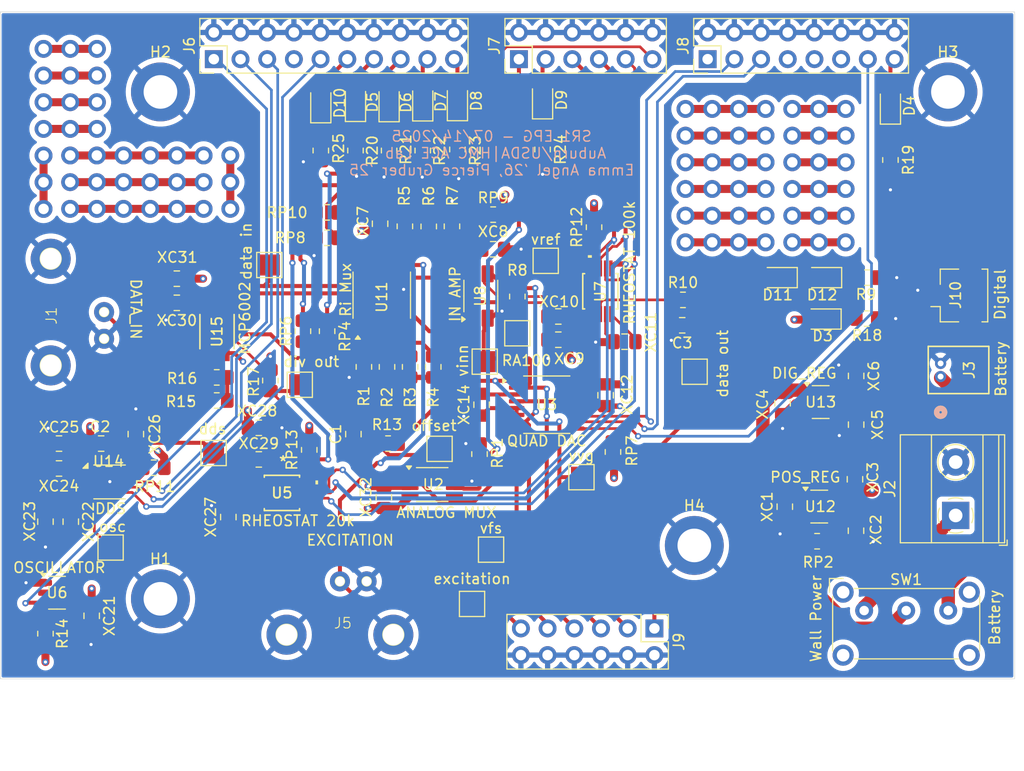
<source format=kicad_pcb>
(kicad_pcb (version 20241229) (generator "pcbnew") (generator_version "9.0")
  (layers (0 "F.Cu" signal) (4 "In1.Cu" power) (6 "In2.Cu" power) (2 "B.Cu" signal) (13 "F.Paste" user) (15 "B.Paste" user) (5 "F.SilkS" user "F.Silkscreen") (7 "B.SilkS" user "B.Silkscreen") (1 "F.Mask" user) (3 "B.Mask" user) (25 "Edge.Cuts" user))
  (net 0 "")
  (net 1 "Net-(C1-Pad1)")
  (net 2 "Net-(C1-Pad2)")
  (net 3 "/COMP")
  (net 4 "/3V3")
  (net 5 "Net-(D3-K)")
  (net 6 "Net-(D4-K)")
  (net 7 "Net-(D5-K)")
  (net 8 "Net-(D6-K)")
  (net 9 "Net-(D7-K)")
  (net 10 "Net-(D8-K)")
  (net 11 "Net-(D9-K)")
  (net 12 "Net-(D10-K)")
  (net 13 "Net-(D11-K)")
  (net 14 "/3V7")
  (net 15 "Net-(D12-K)")
  (net 16 "GND")
  (net 17 "/DATA_IN")
  (net 18 "/3V7P")
  (net 19 "/3V7B")
  (net 20 "/EXC{slash}AIN5")
  (net 21 "/OSC_OE")
  (net 22 "/PWR_EN")
  (net 23 "/DAC_DIN")
  (net 24 "/DAC_SYNC")
  (net 26 "/DAC_SCLK")
  (net 27 "/DDS_SDATA")
  (net 28 "/RHEO_SYNC_20")
  (net 29 "/DDS_SCLK")
  (net 30 "/DDS_FSYNC")
  (net 31 "/MUX2")
  (net 32 "/MUX_EN")
  (net 33 "/MUX0")
  (net 34 "/MUX1")
  (net 35 "/INAMP_SHDN")
  (net 36 "/SINE_MODE")
  (net 37 "/RHEO_SCLK")
  (net 38 "/RHEO_SYNC_100")
  (net 40 "/RHEO_SDO")
  (net 42 "/RHEO_DIN")
  (net 43 "/V_FS{slash}AIN4")
  (net 44 "/V_REF{slash}AIN3")
  (net 45 "/V_INN{slash}AIN2")
  (net 46 "/V_VG{slash}AIN1")
  (net 47 "/D3V3")
  (net 48 "/100K")
  (net 49 "/1M")
  (net 50 "/10M")
  (net 51 "/100M")
  (net 52 "/1G")
  (net 53 "/10G")
  (net 54 "/100G")
  (net 55 "/R_A100")
  (net 56 "Net-(U15A--)")
  (net 57 "/R_W20")
  (net 58 "/MCLK")
  (net 59 "/R_A20")
  (net 60 "Net-(U3-VREFH{slash}VREFOUT)")
  (net 62 "Net-(U5-EXT_CAP)")
  (net 64 "Net-(U7-EXT_CAP)")
  (net 65 "Net-(U15B--)")
  (net 66 "Net-(U12-BP)")
  (net 67 "Net-(U13-BP)")
  (net 68 "Net-(U14-CAP{slash}2.5V)")
  (net 71 "/AIN0")
  (net 72 "/R_W100")
  (footprint "Resistor_SMD:R_0805_2012Metric_Pad1.20x1.40mm_HandSolder" (layer "F.Cu") (at 76.96 39.42)
    (property "Reference" "R10")
    (property "Value" "3k")
  )
  (footprint "Lib_fp:Perf board pin" (layer "F.Cu") (at 26.28 30.75)
    (property "Reference" "REF**554" (hide yes))
    (property "Value" "Perf board pin" (hide yes))
  )
  (footprint "Lib_fp:Perf board pin" (layer "F.Cu") (at 77.21 33.94)
    (property "Reference" "REF**554" (hide yes))
    (property "Value" "Perf board pin" (hide yes))
  )
  (footprint "LED_SMD:LED_0805_2012Metric_Pad1.15x1.40mm_HandSolder" (layer "F.Cu") (at 42.5 20.7 90)
    (property "Reference" "D10")
    (property "Value" "LED" (hide yes))
  )
  (footprint "Capacitor_SMD:C_0805_2012Metric_Pad1.18x1.45mm_HandSolder" (layer "F.Cu") (at 93.325 56.5 -90)
    (property "Reference" "XC3")
    (property "Value" "2.2μ")
  )
  (footprint "Capacitor_SMD:C_0805_2012Metric_Pad1.18x1.45mm_HandSolder" (layer "F.Cu") (at 21.6 53.1 180)
    (property "Reference" "C2")
    (property "Value" "0.01μ")
  )
  (footprint "Lib_fp:Perf board pin" (layer "F.Cu") (at 84.83 21.24)
    (property "Reference" "REF**554" (hide yes))
    (property "Value" "Perf board pin" (hide yes))
  )
  (footprint "TestPoint:TestPoint_Pad_2.0x2.0mm" (layer "F.Cu") (at 56.89 68.37)
    (property "Reference" "TP4" (hide yes))
    (property "Value" "excitation")
  )
  (footprint "Lib_fp:Perf board pin" (layer "F.Cu") (at 92.45 31.4)
    (property "Reference" "REF**554" (hide yes))
    (property "Value" "Perf board pin" (hide yes))
  )
  (footprint "Resistor_SMD:R_0805_2012Metric_Pad1.20x1.40mm_HandSolder" (layer "F.Cu") (at 63.6 25.1 -90)
    (property "Reference" "R24")
    (property "Value" "10K" (hide yes))
  )
  (footprint "Lib_fp:Perf board pin" (layer "F.Cu") (at 23.74 25.67)
    (property "Reference" "REF**554" (hide yes))
    (property "Value" "Perf board pin" (hide yes))
  )
  (footprint "Capacitor_SMD:C_0805_2012Metric_Pad1.18x1.45mm_HandSolder" (layer "F.Cu") (at 69.6 48.5 90)
    (property "Reference" "XC12")
    (property "Value" "0.1μ")
  )
  (footprint "Resistor_SMD:R_0805_2012Metric_Pad1.20x1.40mm_HandSolder" (layer "F.Cu") (at 94.45 41.2)
    (property "Reference" "R18")
    (property "Value" "10K" (hide yes))
  )
  (footprint "Lib_fp:Perf board pin" (layer "F.Cu") (at 77.21 31.4)
    (property "Reference" "REF**554" (hide yes))
    (property "Value" "Perf board pin" (hide yes))
  )
  (footprint "Resistor_SMD:R_0805_2012Metric_Pad1.20x1.40mm_HandSolder" (layer "F.Cu") (at 52.2 25.2 -90)
    (property "Reference" "R22")
    (property "Value" "10K" (hide yes))
  )
  (footprint "Resistor_SMD:R_0805_2012Metric_Pad1.20x1.40mm_HandSolder" (layer "F.Cu") (at 68.5 32.5 90)
    (property "Reference" "RP12")
    (property "Value" "10k")
  )
  (footprint "MountingHole:MountingHole_3.2mm_M3_DIN965_Pad" (layer "F.Cu") (at 78.04 62.8)
    (property "Reference" "H4")
    (property "Value" "MountingHole_Pad")
  )
  (footprint "Lib_fp:Perf board pin" (layer "F.Cu") (at 28.82 30.75)
    (property "Reference" "REF**554" (hide yes))
    (property "Value" "Perf board pin" (hide yes))
  )
  (footprint "MountingHole:MountingHole_3.2mm_M3_DIN965_Pad" (layer "F.Cu") (at 27.24 19.62)
    (property "Reference" "H2")
    (property "Value" "MountingHole_Pad")
  )
  (footprint "Lib_fp:Right angle BNC 0731010120" (layer "F.Cu") (at 39.24 61.14 180)
    (property "Reference" "J5")
    (property "Value" "EXCITATION")
  )
  (footprint "Lib_fp:Perf board pin" (layer "F.Cu") (at 84.83 28.86)
    (property "Reference" "REF**554" (hide yes))
    (property "Value" "Perf board pin" (hide yes))
  )
  (footprint "Lib_fp:Perf board pin" (layer "F.Cu") (at 26.28 28.21)
    (property "Reference" "REF**554" (hide yes))
    (property "Value" "Perf board pin" (hide yes))
  )
  (footprint "LED_SMD:LED_0805_2012Metric_Pad1.15x1.40mm_HandSolder" (layer "F.Cu") (at 52.2 20.525 90)
    (property "Reference" "D7")
    (property "Value" "LED" (hide yes))
  )
  (footprint "Resistor_SMD:R_0805_2012Metric_Pad1.20x1.40mm_HandSolder" (layer "F.Cu") (at 32.6 49 180)
    (property "Reference" "R15")
    (property "Value" "10k")
  )
  (footprint "Capacitor_SMD:C_0805_2012Metric_Pad1.18x1.45mm_HandSolder" (layer "F.Cu") (at 36.6 51.6 180)
    (property "Reference" "XC28")
    (property "Value" "0.1μ")
  )
  (footprint "Package_SO:VSSOP-8_3x3mm_P0.65mm" (layer "F.Cu") (at 57.725 39.05 90)
    (property "Reference" "U8")
    (property "Value" "IN AMP")
  )
  (footprint "Resistor_SMD:R_0805_2012Metric_Pad1.20x1.40mm_HandSolder" (layer "F.Cu") (at 48.8 45.8 -90)
    (property "Reference" "R2")
    (property "Value" "1M" (hide yes))
  )
  (footprint "Capacitor_SMD:C_0805_2012Metric_Pad1.18x1.45mm_HandSolder" (layer "F.Cu") (at 16.3 60.5375 -90)
    (property "Reference" "XC23")
    (property "Value" "10μ")
  )
  (footprint "Lib_fp:Perf board pin" (layer "F.Cu") (at 79.75 26.32)
    (property "Reference" "REF**554" (hide yes))
    (property "Value" "Perf board pin" (hide yes))
  )
  (footprint "LED_SMD:LED_0805_2012Metric_Pad1.15x1.40mm_HandSolder" (layer "F.Cu") (at 55.5 20.5 90)
    (property "Reference" "D8")
    (property "Value" "LED" (hide yes))
  )
  (footprint "Lib_fp:Perf board pin" (layer "F.Cu") (at 92.45 33.94)
    (property "Reference" "REF**554" (hide yes))
    (property "Value" "Perf board pin" (hide yes))
  )
  (footprint "Lib_fp:Perf board pin" (layer "F.Cu") (at 21.2 30.75)
    (property "Reference" "REF**554" (hide yes))
    (property "Value" "Perf board pin" (hide yes))
  )
  (footprint "TestPoint:TestPoint_Pad_2.0x2.0mm" (layer "F.Cu") (at 32.3 54)
    (property "Reference" "TP5" (hide yes))
    (property "Value" "dds")
  )
  (footprint "TestPoint:TestPoint_Pad_2.0x2.0mm" (layer "F.Cu") (at 22.5 63)
    (property "Reference" "TP1")
    (property "Value" "osc")
  )
  (footprint "LED_SMD:LED_0805_2012Metric_Pad1.15x1.40mm_HandSolder" (layer "F.Cu") (at 45.8 20.575 90)
    (property "Reference" "D5")
    (property "Value" "LED" (hide yes))
  )
  (footprint "Resistor_SMD:R_0805_2012Metric_Pad1.20x1.40mm_HandSolder" (layer "F.Cu") (at 49 25.2 -90)
    (property "Reference" "R21")
    (property "Value" "10K" (hide yes))
  )
  (footprint "Connector_PinHeader_2.54mm:PinHeader_2x06_P2.54mm_Vertical" (layer "F.Cu") (at 74.24 70.7 -90)
    (property "Reference" "J9")
    (property "Value" "CON_6_ANALOG" (hide yes))
  )
  (footprint "LED_SMD:LED_0805_2012Metric_Pad1.15x1.40mm_HandSolder" (layer "F.Cu") (at 90.15 41.245 180)
    (property "Reference" "D3")
    (property "Value" "LED" (hide yes))
  )
  (footprint "Lib_fp:RM_10_ADI" (layer "F.Cu") (at 38.8 57.8)
    (property "Reference" "U5")
    (property "Value" "RHEOSTAT 20k")
  )
  (footprint "Lib_fp:Perf board pin" (layer "F.Cu") (at 31.36 30.75)
    (property "Reference" "REF**554" (hide yes))
    (property "Value" "Perf board pin" (hide yes))
  )
  (footprint "Lib_fp:Perf board pin" (layer "F.Cu") (at 16.12 20.59 90)
    (property "Reference" "REF**554" (hide yes))
    (property "Value" "Perf board pin" (hide yes))
  )
  (footprint "MountingHole:MountingHole_3.2mm_M3_DIN965_Pad" (layer "F.Cu") (at 27.24 67.88)
    (property "Reference" "H1")
    (property "Value" "MountingHole_Pad")
  )
  (footprint "Lib_fp:Perf board pin" (layer "F.Cu") (at 18.66 25.67)
    (property "Reference" "REF**554" (hide yes))
    (property "Value" "Perf board pin" (hide yes))
  )
  (footprint "Capacitor_SMD:C_0805_2012Metric_Pad1.18x1.45mm_HandSolder" (layer "F.Cu") (at 18.71 60.5375 -90)
    (property "Reference" "XC22")
    (property "Value" "0.1μ")
  )
  (footprint "Connector_JST:JST_SHL_SM02B-SHLS-TF_1x02-1MP_P1.00mm_Horizontal" (layer "F.Cu") (at 102.85 39 90)
    (property "Reference" "J10")
    (property "Value" "Digital")
  )
  (footprint "Lib_fp:Perf board pin" (layer "F.Cu") (at 89.91 21.24)
    (property "Reference" "REF**554" (hide yes))
    (property "Value" "Perf board pin" (hide yes))
  )
  (footprint "Lib_fp:Perf board pin" (layer "F.Cu") (at 79.75 31.4)
    (property "Reference" "REF**554" (hide yes))
    (property "Value" "Perf board pin" (hide yes))
  )
  (footprint "Lib_fp:Perf board pin" (layer "F.Cu") (at 18.66 20.59 90)
    (property "Reference" "REF**554" (hide yes))
    (property "Value" "Perf board pin" (hide yes))
  )
  (footprint "Resistor_SMD:R_0805_2012Metric_Pad1.20x1.40mm_HandSolder" (layer "F.Cu") (at 41.4 53.7 90)
    (property "Reference" "RP13")
    (property "Value" "10k")
  )
  (footprint "Resistor_SMD:R_0805_2012Metric_Pad1.20x1.40mm_HandSolder" (layer "F.Cu") (at 46.6 45.8 -90)
    (property "Reference" "R1")
    (property "Value" "100K" (hide yes))
  )
  (footprint "Lib_fp:Perf board pin" (layer "F.Cu") (at 87.37 26.32)
    (property "Reference" "REF**554" (hide yes))
    (property "Value" "Perf board pin" (hide yes))
  )
  (footprint "Lib_fp:Perf board pin" (layer "F.Cu") (at 92.45 21.24)
    (property "Reference" "REF**554" (hide yes))
    (property "Value" "Perf board pin" (hide yes))
  )
  (footprint "TestPoint:TestPoint_Pad_2.0x2.0mm" (layer "F.Cu") (at 58.7 63.2 180)
    (property "Reference" "TP10" (hide yes))
    (property "Value" "vfs")
  )
  (footprint "Lib_fp:Perf board pin" (layer "F.Cu") (at 33.9 25.67)
    (property "Reference" "REF**554" (hide yes))
    (property "Value" "Perf board pin" (hide yes))
  )
  (footprint "LED_SMD:LED_0805_2012Metric_Pad1.15x1.40mm_HandSolder" (layer "F.Cu") (at 90.2 37.3 180)
    (property "Reference" "D12")
    (property "Value" "LED_G" (hide yes))
  )
  (footprint "Lib_fp:Perf board pin" (layer "F.Cu") (at 89.91 33.94)
    (property "Reference" "REF**554" (hide yes))
    (property "Value" "Perf board pin" (hide yes))
  )
  (footprint "Resistor_SMD:R_0805_2012Metric_Pad1.20x1.40mm_HandSolder" (layer "F.Cu") (at 58.9 31.3)
    (property "Reference" "RP9")
    (property "Value" "10k" (hide yes))
  )
  (footprint "Package_TO_SOT_SMD:SOT-23-5" (layer "F.Cu") (at 89.925 59.1)
    (property "Reference" "U12")
    (property "Value" "POS_REG")
  )
  (footprint "Lib_fp:Perf board pin" (layer "F.Cu") (at 77.21 28.86)
    (property "Reference" "REF**554" (hide yes))
    (property "Value" "Perf board pin" (hide yes))
  )
  (footprint "LED_SMD:LED_0805_2012Metric_Pad1.15x1.40mm_HandSolder" (layer "F.Cu") (at 96.7 20.825 90)
    (property "Reference" "D4")
    (property "Value" "LED" (hide yes))
  )
  (footprint "Capacitor_SMD:C_0805_2012Metric_Pad1.18x1.45mm_HandSolder" (layer "F.Cu") (at 93.4375 46.66 -90)
    (property "Reference" "XC6")
    (property "Value" "2.2μ")
  )
  (footprint "Package_SO:MSOP-8_3x3mm_P0.65mm" (layer "F.Cu") (at 53.1 57)
    (property "Reference" "U2")
    (property "Value" "ANALOG MUX")
  )
  (footprint "Capacitor_SMD:C_0805_2012Metric_Pad1.18x1.45mm_HandSolder" (layer "F.Cu") (at 65.1 41 180)
    (property "Reference" "XC10")
    (property "Value" "10μ" (hide yes))
  )
  (footprint "TestPoint:TestPoint_Pad_2.0x2.0mm" (layer "F.Cu") (at 58.1 45.3 180)
    (property "Reference" "TP8" (hide yes))
    (property "Value" "vinn")
  )
  (footprint "Lib_fp:Perf board pin" (layer "F.Cu") (at 79.75 21.24)
    (property "Reference" "REF**554" (hide yes))
    (property "Value" "Perf board pin" (hide yes))
  )
  (footprint "Package_TO_SOT_SMD:TSOT-23-5" (layer "F.Cu") (at 17.4 67.3)
    (property "Reference" "U6")
    (property "Value" "OSCILLATOR")
  )
  (footprint "Lib_fp:Perf board pin" (layer "F.Cu") (at 31.36 28.21)
    (property "Reference" "REF**554" (hide yes))
    (property "Value" "Perf board pin" (hide yes))
  )
  (footprint "TestPoint:TestPoint_Pad_2.0x2.0mm" (layer "F.Cu") (at 53.8 53.6)
    (property "Reference" "TP3" (hide yes))
    (property "Value" "offset")
  )
  (footprint "Lib_fp:Perf board pin" (layer "F.Cu") (at 87.37 31.4)
    (property "Reference" "REF**554" (hide yes))
    (property "Value" "Perf board pin" (hide yes))
  )
  (footprint "Resistor_SMD:R_0805_2012Metric_Pad1.20x1.40mm_HandSolder" (layer "F.Cu") (at 57.6 54.1 90)
    (property "Reference" "RP1")
    (property "Value" "10k")
  )
  (footprint "Lib_fp:Perf board pin" (layer "F.Cu") (at 21.2 23.13 90)
    (property "Reference" "REF**554" (hide yes))
    (property "Value" "Perf board pin" (hide yes))
  )
  (footprint "Button_Switch_THT:SW_E-Switch_EG1224_SPDT_Angled" (layer "F.Cu") (at 94.2 69)
    (property "Reference" "SW1")
    (property "Value" "SW_BAT_POWR")
  )
  (footprint "Resistor_SMD:R_0805_2012Metric_Pad1.20x1.40mm_HandSolder" (layer "F.Cu") (at 70.3 53.9 90)
    (property "Reference" "RP7")
    (property "Value" "10k")
  )
  (footprint "Capacitor_SMD:C_0805_2012Metric_Pad1.18x1.45mm_HandSolder" (layer "F.Cu") (at 28.8 39.7 180)
    (property "Reference" "XC30")
    (property "Value" "0.1μ")
  )
  (footprint "Lib_fp:Perf board pin" (layer "F.Cu") (at 82.29 23.78)
    (property "Reference" "REF**554" (hide yes))
    (property "Value" "Perf board pin" (hide yes))
  )
  (footprint "Lib_fp:Perf board pin" (layer "F.Cu") (at 77.21 23.78)
    (property "Reference" "REF**554" (hide yes))
    (property "Value" "Perf board pin" (hide yes))
  )
  (footprint "Capacitor_SMD:C_0805_2012Metric_Pad1.18x1.45mm_HandSolder" (layer "F.Cu") (at 17.59 53.1 180)
    (property "Reference" "XC25")
    (property "Value" "10μ")
  )
  (footprint "Capacitor_SMD:C_0805_2012Metric_Pad1.18x1.45mm_HandSolder" (layer "F.Cu") (at 57.8 49.4 90)
    (property "Reference" "XC14")
    (property "Value" "150n")
  )
  (footprint "Capacitor_SMD:C_0805_2012Metric_Pad1.18x1.45mm_HandSolder" (layer "F.Cu") (at 71.4 43.4 180)
    (property "Reference" "XC11")
    (property "Value" "0.1μ" (hide yes))
  )
  (footprint "Resistor_SMD:R_0805_2012Metric_Pad1.20x1.40mm_HandSolder" (layer "F.Cu") (at 32.6 46.8 180)
    (property "Reference" "R16")
    (property "Value" "20k")
  )
  (footprint "Connector_PinHeader_2.54mm:PinHeader_2x08_P2.54mm_Vertical" (layer "F.Cu") (at 79.31 16.5 90)
    (property "Reference" "J8")
    (property "Value" "CON_8_BTM")
  )
  (footprint "Lib_fp:Perf board pin" (layer "F.Cu") (at 16.12 23.13 90)
    (property "Reference" "REF**554" (hide yes))
    (property "Value" "Perf board pin" (hide yes))
  )
  (footprint "Lib_fp:Perf board pin" (layer "F.Cu") (at 92.45 23.78)
    (property "Reference" "REF**554" (hide yes))
    (property "Value" "Perf board pin" (hide yes))
  )
  (footprint "Capacitor_SMD:C_0805_2012Metric_Pad1.18x1.45mm_HandSolder" (layer "F.Cu") (at 93.4375 51.2975 90)
    (property "Reference" "XC5")
    (property "Value" "10n")
  )
  (footprint "Connector_PinHeader_2.54mm:PinHeader_2x06_P2.54mm_Vertical" (layer "F.Cu") (at 61.35 16.5 90)
    (property "Reference" "J7")
    (property "Value" "CON_6_MID" (hide yes))
  )
  (footprint "Capacitor_SMD:C_0805_2012Metric_Pad1.18x1.45mm_HandSolder" (layer "F.Cu") (at 20.7 69.5 -90)
    (property "Reference" "XC21")
    (property "Value" "0.1μ" (hide yes))
  )
  (footprint "Resistor_SMD:R_0805_2012Metric_Pad1.20x1.40mm_HandSolder" (layer "F.Cu") (at 45.8 25.2 -90)
    (property "Reference" "R20")
    (property "Value" "10K" (hide yes))
  )
  (footprint "Capacitor_SMD:C_0805_2012Metric_Pad1.18x1.45mm_HandSolder" (layer "F.Cu") (at 17.59 55.4725 180)
    (property "Reference" "XC24")
    (property "Value" "0.1μ")
  )
  (footprint "Resistor_SMD:R_0805_2012Metric_Pad1.20x1.40mm_HandSolder" (layer "F.Cu") (at 89.725 62.4)
    (property "Reference" "RP2")
    (property "Value" "10k")
  )
  (footprint "Lib_fp:Perf board pin" (layer "F.Cu") (at 31.36 25.67)
    (property "Reference" "REF**554" (hide yes))
    (property "Value" "Perf board pin" (hide yes))
  )
  (footprint "Lib_fp:Perf board pin" (layer "F.Cu") (at 18.66 18.05 90)
    (property "Reference" "REF**554" (hide yes))
    (property "Value" "Perf board pin" (hide yes))
  )
  (footprint "Lib_fp:Perf board pin" (layer "F.Cu") (at 18.66 15.51 90)
    (property "Reference" "REF**554" (hide yes))
    (property "Value" "Perf board pin" (hide yes))
  )
  (footprint "Lib_fp:Perf board pin" (layer "F.Cu") (at 18.66 23.13 90)
    (property "Reference" "REF**554" (hide yes))
    (property "Value" "Perf board pin" (hide yes))
  )
  (footprint "TestPoint:TestPoint_Pad_2.0x2.0mm" (layer "F.Cu") (at 37.6 36.1)
    (property "Reference" "TP6" (hide yes))
    (property "Value" "data in")
  )
  (footprint "Lib_fp:Perf board pin" (layer "F.Cu") (at 89.91 26.32)
    (property "Reference" "REF**554" (hide yes))
    (property "Value" "Perf board pin" (hide yes))
  )
  (footprint "Lib_fp:Perf board pin" (layer "F.Cu") (at 82.29 31.4)
    (property "Reference" "REF**554" (hide yes))
    (property "Value" "Perf board pin" (hide yes))
  )
  (footprint "Resistor_SMD:R_0805_2012Metric_Pad1.20x1.40mm_HandSolder" (layer "F.Cu") (at 53.2 45.8 -90)
    (property "Reference" "R4")
    (property "Value" "100M" (hide yes))
  )
  (footprint "Resistor_SMD:R_0805_2012Metric_Pad1.20x1.40mm_HandSolder" (layer "F.Cu") (at 61.2 39.1 90)
    (property "Reference" "R8")
    (property "Value" "100")
  )
  (footprint "Lib_fp:Perf board pin" (layer "F.Cu") (at 82.29 28.86)
    (property "Reference" "REF**554" (hide yes))
    (property "Value" "Perf board pin" (hide yes))
  )
  (footprint "Resistor_SMD:R_0805_2012Metric_Pad1.20x1.40mm_HandSolder" (layer "F.Cu") (at 50.5 32.4175 90)
    (property "Reference" "R5")
    (property "Value" "1G" (hide yes))
  )
  (footprint "Lib_fp:Perf board pin" (layer "F.Cu") (at 21.2 15.51 90)
    (property "Reference" "REF**554" (hide yes))
    (property "Value" "Perf board pin" (hide yes))
  )
  (footprint "Lib_fp:Perf board pin" (layer "F.Cu") (at 18.66 30.75)
    (property "Reference" "REF**554" (hide yes))
    (property "Value" "Perf board pin" (hide yes))
  )
  (footprint "Capacitor_SMD:C_0805_2012Metric_Pad1.18x1.45mm_HandSolder" (layer "F.Cu") (at 76.89 41.84 180)
    (property "Reference" "C3")
    (property "Value" "0.1μ")
  )
  (footprint "TestPoint:TestPoint_Pad_2.0x2.0mm" (layer "F.Cu") (at 78.07 46.26)
    (property "Reference" "TP11" (hide yes))
    (property "Value" "data out")
  )
  (footprint "LED_SMD:LED_0805_2012Metric_Pad1.15x1.40mm_HandSolder" (layer "F.Cu") (at 63.6 20.325 90)
    (property "Reference" "D9")
    (property "Value" "LED" (hide yes))
  )
  (footprint "Lib_fp:CONN02_530480210_MOL" (layer "F.Cu") (at 101.474 46.7201 90)
    (property "Reference" "J3")
    (property "Value" "Battery")
  )
  (footprint "Capacitor_SMD:C_0805_2012Metric_Pad1.18x1.45mm_HandSolder" (layer "F.Cu") (at 65.1 43.211299 180)
    (property "Reference" "XC9")
    (property "Value" "0.1μ" (hide yes))
  )
  (footprint "Lib_fp:Perf board pin" (layer "F.Cu") (at 84.83 26.32)
    (property "Reference" "REF**554" (hide yes))
    (property "Value" "Perf board pin" (hide yes))
  )
  (footprint "Capacitor_SMD:C_0805_2012Metric_Pad1.18x1.45mm_HandSolder" (layer "F.Cu") (at 93.425 61.4 90)
    (property "Reference" "XC2")
    (property "Value" "10n")
  )
  (footprint "Lib_fp:Perf board pin" (layer "F.Cu") (at 33.9 30.75)
    (property "Reference" "REF**554" (hide yes))
    (property "Value" "Perf board pin" (hide yes))
  )
  (footprint "Resistor_SMD:R_0805_2012Metric_Pad1.20x1.40mm_HandSolder" (layer "F.Cu") (at 54.98 32.4175 90)
    (property "Reference" "R7")
    (property "Value" "10G" (hide yes))
  )
  (footprint "Lib_fp:Perf board pin" (layer "F.Cu") (at 92.45 26.32)
    (property "Reference" "REF**554" (hide yes))
    (property "Value" "Perf board pin" (hide yes))
  )
  (footprint "Lib_fp:Perf board pin" (layer "F.Cu") (at 23.74 28.21)
    (property "Reference" "REF**554" (hide yes))
    (property "Value" "Perf board pin" (hide yes))
  )
  (footprint "Lib_fp:Perf board pin" (layer "F.Cu") (at 16.12 18.05 90)
    (property "Reference" "REF**554" (hide yes))
    (property "Value" "Perf board pin" (hide yes))
  )
  (footprint "Resistor_SMD:R_0805_2012Metric_Pad1.20x1.40mm_HandSolder" (layer "F.Cu") (at 26.6 55.4)
    (property "Reference" "RP11")
    (property "Value" "10k")
  )
  (footprint "Lib_fp:Perf board pin" (layer "F.Cu") (at 87.37 33.94)
    (property "Reference" "REF**554" (hide yes))
    (property "Value" "Perf board pin" (hide yes))
  )
  (footprint "Lib_fp:Perf board pin" (layer "F.Cu") (at 84.83 23.78)
    (property "Reference" "REF**554" (hide yes))
    (property "Value" "Perf board pin" (hide yes))
  )
  (footprint "Lib_fp:Perf board pin" (layer "F.Cu") (at 16.12 28.21 90)
    (property "Reference" "REF**554" (hide yes))
    (property "Value" "Perf board pin" (hide yes))
  )
  (footprint "Capacitor_SMD:C_0805_2012Metric_Pad1.18x1.45mm_HandSolder" (layer "F.Cu") (at 36.6 54.61)
    (property "Reference" "XC29")
    (property "Value" "10μ")
  )
  (footprint "Capacitor_SMD:C_0805_2012Metric_Pad1.18x1.45mm_HandSolder" (layer "F.Cu") (at 48.14 32.17 90)
    (property "Reference" "XC7")
    (property "Value" "0.1μ" (hide yes))
  )
  (footprint "Lib_fp:Perf board pin" (layer "F.Cu") (at 16.12 25.67 90)
    (property "Reference" "REF**554" (hide yes))
    (property "Value" "Perf board pin" (hide yes))
  )
  (footprint "TestPoint:TestPoint_Pad_2.0x2.0mm" (layer "F.Cu") (at 61.2 42.6)
    (property "Reference" "TP12" (hide yes))
    (property "Value" "RA100")
  )
  (footprint "Lib_fp:Perf board pin" (layer "F.Cu") (at 79.75 28.86)
    (property "Reference" "REF**554" (hide yes))
    (property "Value" "Perf board pin" (hide yes))
  )
  (footprint "Lib_fp:Perf board pin" (layer "F.Cu") (at 87.37 21.24)
    (property "Reference" "REF**554" (hide yes))
    (property "Value" "Perf board pin" (hide yes))
  )
  (footprint "Lib_fp:Perf board pin" (layer "F.Cu") (at 89.91 23.78)
    (property "Reference" "REF**554" (hide yes))
    (property "Value" "Perf board pin" (hide yes))
  )
  (footprint "Capacitor_SMD:C_0805_2012Metric_Pad1.18x1.45mm_HandSolder" (layer "F.Cu") (at 45.6 52.2 90)
    (property "Reference" "C1")
    (property "Value" "100n")
  )
  (footprint "Lib_fp:Perf board pin" (layer "F.Cu") (at 16.12 30.75 90)
    (property "Reference" "REF**554" (hide yes))
    (property "Value" "Perf board pin" (hide yes))
  )
  (footprint "Package_SO:TSSOP-16_4.4x5mm_P0.65mm" (layer "F.Cu") (at 64 49.4)
    (property "Reference" "U3")
    (property "Value" "QUAD DAC")
  )
  (footprint "Package_CSP:LFCSP-WD-10-1EP_3x3mm_P0.5mm_EP1.64x2.38mm" (layer "F.Cu") (at 22.4 56.7525)
    (property "Reference" "U14")
    (property "Value" "DDS")
  )
  (footprint "Lib_fp:Perf board pin" (layer "F.Cu") (at 16.12 15.51 90)
    (property "Reference" "REF**554" (hide yes))
    (property "Value" "Perf board pin" (hide yes))
  )
  (footprint "Capacitor_SMD:C_0805_2012Metric_Pad1.18x1.45mm_HandSolder" (layer "F.Cu") (at 58.9 34.6)
    (property "Reference" "XC8")
    (property "Value" "0.1μ" (hide yes))
  )
  (footprint "Lib_fp:Perf board pin" (layer "F.Cu") (at 87.37 23.78)
    (property "Reference" "REF**554" (hide yes))
    (property "Value" "Perf board pin" (hide yes))
  )
  (footprint "Lib_fp:Perf board pin" (layer "F.Cu") (at 89.91 28.86)
    (property "Reference" "REF**554" (hide yes))
    (property "Value" "Perf board pin" (hide yes))
  )
  (footprint "Lib_fp:Perf board pin" (layer "F.Cu") (at 21.2 20.59 90)
    (property "Reference" "REF**554" (hide yes))
    (property "Value" "Perf board pin" (hide yes))
  )
  (footprint "TestPoint:TestPoint_Pad_2.0x2.0mm" (layer "F.Cu") (at 63.9 35.7 180)
    (property "Reference" "TP9" (hide yes))
    (property "Value" "vref")
  )
  (footprint "Resistor_SMD:R_0805_2012Metric_Pad1.20x1.40mm_HandSolder" (layer "F.Cu") (at 51 45.8 -90)
    (property "Reference" "R3")
    (property "Value" "10M" (hide yes))
  )
  (footprint "Lib_fp:Perf board pin" (layer "F.Cu") (at 92.45 28.86)
    (property "Reference" "REF**554" (hide yes))
    (property "Value" "Perf board pin" (hide yes))
  )
  (footprint "Capacitor_SMD:C_0805_2012Metric_Pad1.18x1.45mm_HandSolder" (layer "F.Cu") (at 86.65 59.11 90)
    (property "Reference" "XC1")
    (property "Value" "1μ")
  )
  (footprint "Capacitor_SMD:C_0805_2012Metric_Pad1.18x1.45mm_HandSolder" (layer "F.Cu") (at 33.7 60.1 90)
    (property "Reference" "XC27")
    (property "Value" "0.1μ")
  )
  (footprint "Capacitor_SMD:C_0805_2012Metric_Pad1.18x1.45mm_HandSolder" (layer "F.Cu") (at 86.4375 49.26 90)
    (property "Reference" "XC4")
    (property "Value" "1μ")
  )
  (footprint "Resistor_SMD:R_0805_2012Metric_Pad1.20x1.40mm_HandSolder" (layer "F.Cu") (at 40.8 42.4 -90)
    (property "Reference" "RP6")
    (property "Value" "10k")
  )
  (footprint "Resistor_SMD:R_0805_2012Metric_Pad1.20x1.40mm_HandSolder" (layer "F.Cu") (at 43.09 33.51 180)
    (property "Reference" "RP8")
    (property "Value" "10k")
  )
  (footprint "Lib_fp:Perf board pin" (layer "F.Cu") (at 82.29 21.24)
    (property "Reference" "REF**554" (hide yes))
    (property "Value" "Perf board pin" (hide yes))
  )
  (footprint "Lib_fp:Perf board pin" (layer "F.Cu") (at 21.2 25.67)
    (property "Reference" "REF**554" (hide yes))
    (property "Value" "Perf board pin" (hide yes))
  )
  (footprint "Lib_fp:Perf board pin" (layer "F.Cu") (at 79.75 33.94)
    (property "Reference" "REF**554" (hide yes))
    (property "Value" "Perf board pin" (hide yes))
  )
  (footprint "Lib_fp:Perf board pin" (layer "F.Cu") (at 33.9 28.21)
    (property "Reference" "REF**554" (hide yes))
    (property "Value" "Perf board pin" (hide yes))
  )
  (footprint "Package_TO_SOT_SMD:SOT-23-5" (layer "F.Cu") (at 90.0625 49.15)
    (property "Reference" "U13")
    (property "Value" "DIG_REG")
  )
  (footprint "Lib_fp:MSOP8_MC_MCH" (layer "F.Cu") (at 32.625001 42.4436 90)
    (property "Reference" "U15")
    (property "Value" "MCP6002")
  )
  (footprint "Resistor_SMD:R_0805_2012Metric_Pad1.20x1.40mm_HandSolder" (layer "F.Cu") (at 16.3 71.2 90)
    (property "Reference" "R14")
    (property "Value" "10k")
  )
  (footprint "Lib_fp:Perf board pin" (layer "F.Cu") (at 89.91 31.4)
    (property "Reference" "REF**554" (hide yes))
    (property "Value" "Perf board pin" (hide yes))
  )
  (footprint "Lib_fp:RM_10_ADI" (layer "F.Cu") (at 69.1 38.6 90)
    (property "Reference" "U7")
    (property "Value" "RHEOSTAT 100k")
  )
  (footprint "Resistor_SMD:R_0805_2012Metric_Pad1.20x1.40mm_HandSolder" (layer "F.Cu") (at 52.77 32.43 90)
    (property "Reference" "R6")
    (property "Value" "10G" (hide yes))
  )
  (footprint "Lib_fp:Perf board pin" (layer "F.Cu") (at 21.2 18.05 90)
    (property "Reference" "REF**554" (hide yes))
    (property "Value" "Perf board pin" (hide yes))
  )
  (footprint "Resistor_SMD:R_0805_2012Metric_Pad1.20x1.40mm_HandSolder" (layer "F.Cu") (at 55.5 25.1 -90)
    (property "Reference" "R23")
    (property "Value" "10K" (hide yes))
  )
  (footprint "Resistor_SMD:R_0805_2012Metric_Pad1.20x1.40mm_HandSolder" (layer "F.Cu") (at 96.7 26.1 -90)
    (property "Reference" "R19")
    (property "Value" "10K" (hide yes))
  )
  (footprint "Resistor_SMD:R_0805_2012Metric_Pad1.20x1.40mm_HandSolder" (layer "F.Cu") (at 48.9 53.1)
    (property "Reference" "R13")
    (property "Value" "10k")
  )
  (footprint "Lib_fp:Perf board pin" (layer "F.Cu") (at 84.83 33.94)
    (property "Reference" "REF**554" (hide yes))
    (property "Value" "Perf board pin" (hide yes))
  )
  (footprint "Lib_fp:Right angle BNC 0731010120" (layer "F.Cu") (at 26.96 35.5 90)
    (property "Reference" "J1")
    (property "Value" "DATA_IN")
  )
  (footprint "Lib_fp:Perf board pin" (layer "F.Cu") (at 82.29 33.94)
    (property "Reference" "REF**554" (hide yes))
    (property "Value" "Perf board pin" (hide yes))
  )
  (footprint "Lib_fp:Perf board pin" (layer "F.Cu") (at 87.37 28.86)
    (property "Reference" "REF**554" (hide yes))
    (property "Value" "Perf board pin" (hide yes))
  )
  (footprint "Lib_fp:Perf board pin" (layer "F.Cu") (at 21.2 28.21)
    (property "Reference" "REF**554" (hide yes))
    (property "Value" "Perf board pin" (hide yes))
  )
  (footprint "Capacitor_SMD:C_0805_2012Metric_Pad1.18x1.45mm_HandSolder" (layer "F.Cu") (at 24.9 52.2 90)
    (property "Reference" "XC26")
    (property "Value" "0.1μ")
  )
  (footprint "Resistor_SMD:R_0805_2012Metric_Pad1.20x1.40mm_HandSolder" (layer "F.Cu") (at 43.09 31.09 180)
    (property "Reference" "RP10")
    (property "Value" "10k")
  )
  (footprint "Capacitor_SMD:C_0805_2012Metric_Pad1.18x1.45mm_HandSolder" (layer "F.Cu") (at 48.5 58.2 -90)
    (property "Reference" "XC32")
    (property "Value" "0.1μ")
  )
  (footprint "Lib_fp:Perf board pin" (layer "F.Cu") (at 84.83 31.4)
    (property "Reference" "REF**554" (hide yes))
    (property "Value" "Perf board pin" (hide yes))
  )
  (footprint "LED_SMD:LED_0805_2012Metric_Pad1.15x1.40mm_HandSolder" (layer "F.Cu") (at 85.975 37.3 180)
    (property "Reference" "D11")
    (property "Value" "LED_G" (hide yes))
  )
  (footprint "MountingHole:MountingHole_3.2mm_M3_DIN965_Pad" (layer "F.Cu") (at 102.17 19.62)
    (property "Reference" "H3")
    (property "Value" "MountingHole_Pad")
  )
  (footprint "Lib_fp:Perf board pin" (layer "F.Cu") (at 26.28 25.67)
    (property "Reference" "REF**554" (hide yes))
    (property "Value" "Perf board pin" (hide yes))
  )
  (footprint "Lib_fp:Perf board pin" (layer "F.Cu") (at 28.82 28.21)
    (property "Reference" "REF**554" (hide yes))
    (property "Value" "Perf board pin" (hide yes))
  )
  (footprint "Lib_fp:Perf board pin" (layer "F.Cu") (at 77.21 21.24)
    (property "Reference" "REF**554" (hide yes))
    (property "Value" "Perf board pin" (hide yes))
  )
  (footprint "Capacitor_SMD:C_0805_2012Metric_Pad1.18x1.45mm_HandSolder" (layer "F.Cu") (at 28.8 37.4 180)
    (property "Reference" "XC31")
    (property "Value" "10μ")
  )
  (footprint "Connector_PinHeader_2.54mm:PinHeader_2x10_P2.54mm_Vertical" (layer "F.Cu") (at 32.32 16.5 90)
    (property "Reference" "J6")
    (property "Value" "CON_10_TOP" (hide yes))
  )
  (footprint "Resistor_SMD:R_0805_2012Metric_Pad1.20x1.40mm_HandSolder" (layer "F.Cu") (at 94.475 37.3)
    (property "Reference" "R9")
    (property "Value" "10K" (hide yes))
  )
  (footprint "Lib_fp:Perf board pin" (layer "F.Cu") (at 77.21 26.32)
    (property "Reference" "REF**554" (hide yes))
    (property "Value" "Perf board pin" (hide yes))
  )
  (footprint "TerminalBlock_Phoenix:TerminalBlock_Phoenix_MKDS-1,5-2-5.08_1x02_P5.08mm_Horizontal" (layer "F.Cu") (at 102.905 59.945 90)
    (property "Reference" "J2")
    (property "Value" "Power Supply")
  )
  (footprint "TestPoint:TestPoint_Pad_2.0x2.0mm" (layer "F.Cu") (at 67.3 56.3 180)
    (property "Reference" "TP7" (hide yes))
    (property "Value" "vvg")
  )
  (footprint "TestPoint:TestPoint_Pad_2.0x2.0mm" (layer "F.Cu") (at 40.5 47.5)
    (property "Reference" "TP2" (hide yes))
    (property "Value" "div out")
  )
  (footprint "Lib_fp:Perf board pin" (layer "F.Cu") (at 28.82 25.67)
    (property "Reference" "REF**554" (hide yes))
    (property "Value" "Perf board pin" (hide yes))
  )
  (footprint "Resistor_SMD:R_0805_2012Metric_Pad1.20x1.40mm_HandSolder" (layer "F.Cu") (at 42.5 25.2 -90)
    (property "Reference" "R25")
    (property "Value" "10K" (hide yes))
  )
  (footprint "Lib_fp:Perf board pin" (layer "F.Cu") (at 18.66 28.21)
    (property "Reference" "REF**554" (hide yes))
    (property "Value" "Perf board pin" (hide yes))
  )
  (footprint "Lib_fp:Perf board pin" (layer "F.Cu") (at 23.74 30.75)
    (property "Reference" "REF**554" (hide yes))
    (property "Value" "Perf board pin" (hide yes))
  )
  (footprint "Package_SO:TSSOP-16_4.4x5mm_P0.65mm" (layer "F.Cu") (at 48.3 38.97 90)
    (property "Reference" "U11")
    (property "Value" "Ri Mux")
  )
  (footprint "LED_SMD:LED_0805_2012Metric_Pad1.15x1.40mm_HandSolder" (layer "F.Cu") (at 49 20.6 90)
    (property "Reference" "D6")
    (property "Value" "LED" (hide yes))
  )
  (footprint "Resistor_SMD:R_0805_2012Metric_Pad1.20x1.40mm_HandSolder" (layer "F.Cu") (at 43.1 42.4 -90)
    (property "Reference" "RP4")
    (property "Value" "10k")
  )
  (footprint "Resistor_SMD:R_0805_2012Metric_Pad1.20x1.40mm_HandSolder" (layer "F.Cu") (at 37.7 47.1 -90)
    (property "Reference" "R17")
    (property "Value" "15k")
  )
  (footprint "Lib_fp:Perf board pin" (layer "F.Cu") (at 79.75 23.78)
    (property "Reference" "REF**554" (hide yes))
    (property "Value" "Perf board pin" (hide yes))
  )
  (footprint "Lib_fp:Perf board pin" (layer "F.Cu") (at 82.29 26.32)
    (property "Reference" "REF**554" (hide yes))
    (property "Value" "Perf board pin" (hide yes))
  )
  (gr_rect (start 12 12) (end 108.52 75.5) (stroke (width 0.05)) (fill no) (layer "Edge.Cuts"))
  (gr_text "Wall Power" (at 90.2 74 90) (layer "F.SilkS") (effects (font (size 1 1)) (justify left bottom)))
  (gr_text "Battery" (at 107.2 72.4 90) (layer "F.SilkS") (effects (font (size 1 1)) (justify left bottom)))
  (gr_text "SR1 EPG - 07/14/2025\nAuburn/USDA|HMC ACE Lab \nEmma Angel '26, Pierce Gruber '25" (at 58.75 27.65 0) (layer "B.SilkS") (effects (font (size 1 1) (thickness 0.127)) (justify bottom mirror)))
  (segment (start 77.2 33.94) (end 84.82 33.94) (width 0.762) (layer "F.Cu") (net 0))
  (segment (start 16.12 18.06) (end 21.2 18.06) (width 0.762) (layer "F.Cu") (net 0))
  (segment (start 77.2 23.78) (end 84.82 23.78) (width 0.762) (layer "F.Cu") (net 0))
  (segment (start 87.36 28.86) (end 92.44 28.86) (width 0.762) (layer "F.Cu") (net 0))
  (segment (start 87.36 23.78) (end 92.44 23.78) (width 0.762) (layer "F.Cu") (net 0))
  (segment (start 77.2 31.4) (end 84.82 31.4) (width 0.762) (layer "F.Cu") (net 0))
  (segment (start 16.12 15.52) (end 21.2 15.52) (width 0.762) (layer "F.Cu") (net 0))
  (segment (start 87.36 26.32) (end 92.44 26.32) (width 0.762) (layer "F.Cu") (net 0))
  (segment (start 77.2 26.32) (end 84.82 26.32) (width 0.762) (layer "F.Cu") (net 0))
  (segment (start 33.89 25.67) (end 33.89 30.75) (width 0.762) (layer "F.Cu") (net 0))
  (segment (start 16.12 20.6) (end 21.2 20.6) (width 0.762) (layer "F.Cu") (net 0))
  (segment (start 77.2 21.24) (end 84.82 21.24) (width 0.762) (layer "F.Cu") (net 0))
  (segment (start 18.65 25.67) (end 31.35 25.67) (width 0.762) (layer "F.Cu") (net 0))
  (segment (start 87.36 31.4) (end 92.44 31.4) (width 0.762) (layer "F.Cu") (net 0))
  (segment (start 77.2 28.86) (end 84.82 28.86) (width 0.762) (layer "F.Cu") (net 0))
  (segment (start 16.12 30.76) (end 16.12 25.68) (width 0.762) (layer "F.Cu") (net 0))
  (segment (start 87.36 21.24) (end 92.44 21.24) (width 0.762) (layer "F.Cu") (net 0))
  (segment (start 87.36 33.94) (end 92.44 33.94) (width 0.762) (layer "F.Cu") (net 0))
  (segment (start 18.65 30.75) (end 31.35 30.75) (width 0.762) (layer "F.Cu") (net 0))
  (segment (start 18.65 28.21) (end 31.35 28.21) (width 0.762) (layer "F.Cu") (net 0))
  (segment (start 16.12 23.14) (end 21.2 23.14) (width 0.762) (layer "F.Cu") (net 0))
  (segment (start 47.7625 53.2375) (end 47.9 53.1) (width 0.381) (layer "F.Cu") (net 1))
  (segment (start 45.6 53.2375) (end 47.7625 53.2375) (width 0.381) (layer "F.Cu") (net 1))
  (segment (start 48.9905 54.1905) (end 47.9 53.1) (width 0.381) (layer "F.Cu") (net 1))
  (segment (start 53.378 54.1905) (end 48.9905 54.1905) (width 0.381) (layer "F.Cu") (net 1))
  (segment (start 55.2125 56.025) (end 53.378 54.1905) (width 0.381) (layer "F.Cu") (net 1))
  (segment (start 39.98 44.96) (end 37.72 42.7) (width 0.381) (layer "F.Cu") (net 2))
  (segment (start 32.3156 42.7) (end 31.650002 43.365598) (width 0.381) (layer "F.Cu") (net 2))
  (segment (start 31.650002 43.365598) (end 31.650002 44.4872) (width 0.381) (layer "F.Cu") (net 2))
  (segment (start 31.650002 46.749998) (end 31.6 46.8) (width 0.381) (layer "F.Cu") (net 2))
  (segment (start 42.7 45.96) (end 41.7 44.96) (width 0.381) (layer "F.Cu") (net 2))
  (segment (start 45.0625 51.1625) (end 42.7 48.8) (width 0.381) (layer "F.Cu") (net 2))
  (segment (start 31.650002 44.4872) (end 31.650002 46.749998) (width 0.381) (layer "F.Cu") (net 2))
  (segment (start 42.7 48.8) (end 42.7 45.96) (width 0.381) (layer "F.Cu") (net 2))
  (segment (start 37.72 42.7) (end 32.3156 42.7) (width 0.381) (layer "F.Cu") (net 2))
  (segment (start 41.7 44.96) (end 39.98 44.96) (width 0.381) (layer "F.Cu") (net 2))
  (segment (start 45.6 51.1625) (end 45.0625 51.1625) (width 0.381) (layer "F.Cu") (net 2))
  (segment (start 22.6375 53.1) (end 20.9525 54.785) (width 0.381) (layer "F.Cu") (net 3))
  (segment (start 20.9525 54.785) (end 20.9525 55.735) (width 0.381) (layer "F.Cu") (net 3))
  (segment (start 57.8625 34.4125) (end 59.9 32.375) (width 0.381) (layer "F.Cu") (net 4))
  (segment (start 48.5 59.2375) (end 47 59.2375) (width 0.762) (layer "F.Cu") (net 4))
  (segment (start 70.4 55) (end 70.3 54.9) (width 0.762) (layer "F.Cu") (net 4))
  (segment (start 59.9 32.375) (end 59.9 31.3) (width 0.381) (layer "F.Cu") (net 4))
  (segment (start 35.5625 51.6) (end 35.5625 49.9375) (width 0.762) (layer "F.Cu") (net 4))
  (segment (start 92.7125 58.15) (end 93.325 57.5375) (width 1.27) (layer "F.Cu") (net 4))
  (segment (start 93.325 57.5375) (end 94.9625 57.5375) (width 1.27) (layer "F.Cu") (net 4))
  (segment (start 68.5 31.5) (end 68.5 30.22) (width 0.762) (layer "F.Cu") (net 4))
  (segment (start 20.5625 53.1) (end 20.5625 51.5) (width 0.762) (layer "F.Cu") (net 4))
  (segment (start 20.7 68.4625) (end 20.7 66.9) (width 0.762) (layer "F.Cu") (net 4))
  (segment (start 35.5625 51.6) (end 35.5625 54.61) (width 0.762) (layer "F.Cu") (net 4))
  (segment (start 87.55 41.3) (end 89.07 41.3) (width 0.762) (layer "F.Cu") (net 4))
  (segment (start 30.7904 39.7) (end 31.4904 40.4) (width 0.762) (layer "F.Cu") (net 4))
  (segment (start 18.5375 68.25) (end 20.4875 68.25) (width 0.762) (layer "F.Cu") (net 4))
  (segment (start 57.8625 34.6) (end 57.8625 34.4125) (width 0.381) (layer "F.Cu") (net 4))
  (segment (start 66.8625 49.725) (end 69.4125 49.725) (width 0.381) (layer "F.Cu") (net 4))
  (segment (start 29.8375 37.4) (end 31.3 37.4) (width 0.762) (layer "F.Cu") (net 4))
  (segment (start 47.975 36.1) (end 47.975 33.5125) (width 0.381) (layer "F.Cu") (net 4))
  (segment (start 29.8375 39.7) (end 30.7904 39.7) (width 0.762) (layer "F.Cu") (net 4))
  (segment (start 49.856 59.2375) (end 50.9875 58.106) (width 0.762) (layer "F.Cu") (net 4))
  (segment (start 47 59.2375) (end 46.9625 59.2375) (width 0.762) (layer "F.Cu") (net 4))
  (segment (start 69.4085 49.729) (end 69.4005 49.721) (width 0.508) (layer "F.Cu") (net 4))
  (segment (start 65.356352 49.075) (end 66.006352 49.725) (width 0.381) (layer "F.Cu") (net 4))
  (segment (start 59.9 29.57) (end 60.07 29.4) (width 0.762) (layer "F.Cu") (net 4))
  (segment (start 20.4875 68.25) (end 20.7 68.4625) (width 0.762) (layer "F.Cu") (net 4))
  (segment (start 67.625601 41) (end 67.853901 40.7717) (width 0.762) (layer "F.Cu") (net 4))
  (segment (start 69.6 49.5375) (end 70.9625 49.5375) (width 0.508) (layer "F.Cu") (net 4))
  (segment (start 69.6 49.5375) (end 69.4085 49.729) (width 0.508) (layer "F.Cu") (net 4))
  (segment (start 19.4075 56.2525) (end 20.9525 56.2525) (width 0.254) (layer "F.Cu") (net 4))
  (segment (start 29.8375 39.7) (end 29.8375 37.4) (width 0.762) (layer "F.Cu") (net 4))
  (segment (start 89.07 41.3) (end 89.125 41.245) (width 0.762) (layer "F.Cu") (net 4))
  (segment (start 69.4125 49.725) (end 69.6 49.5375) (width 0.254) (layer "F.Cu") (net 4))
  (segment (start 47.975 33.5125) (end 47.9 33.4375) (width 0.381) (layer "F.Cu") (net 4))
  (segment (start 61.13 49.075) (end 65.356352 49.075) (width 0.381) (layer "F.Cu") (net 4))
  (segment (start 66.1375 41) (end 67.625601 41) (width 0.762) (layer "F.Cu") (net 4))
  (segment (start 66.1375 44.8775) (end 66.41 45.15) (width 0.762) (layer "F.Cu") (net 4))
  (segment (start 46.37 32.84) (end 47.665 32.84) (width 0.762) (layer "F.Cu") (net 4))
  (segment (start 47.665 32.84) (end 48.28 33.455) (width 0.762) (layer "F.Cu") (net 4))
  (segment (start 59.9 31.3) (end 59.9 29.57) (width 0.762) (layer "F.Cu") (net 4))
  (segment (start 35.5625 54.61) (end 35.5625 55.488101) (width 0.762) (layer "F.Cu") (net 4))
  (segment (start 70.4 56.38) (end 70.4 55) (width 0.762) (layer "F.Cu") (net 4))
  (segment (start 66.1375 43.211299) (end 66.1375 41) (width 0.762) (layer "F.Cu") (net 4))
  (segment (start 18.6275 53.1) (end 18.6275 55.4725) (width 0.762) (layer "F.Cu") (net 4))
  (segment (start 41.4 52.7) (end 41.4 51.4) (width 0.762) (layer "F.Cu") (net 4))
  (segment (start 27.6 55.4) (end 27.6 54.4) (width 0.762) (layer "F.Cu") (net 4))
  (segment (start 20.5625 51.5) (end 20.5625 51.4375) (width 0.762) (layer "F.Cu") (net 4))
  (segment (start 18.6275 53.1) (end 20.5625 53.1) (width 0.762) (layer "F.Cu") (net 4))
  (segment (start 16.3 72.2) (end 16.3 73.9) (width 0.762) (layer "F.Cu") (net 4))
  (segment (start 18.6275 55.4725) (end 19.4075 56.2525) (width 0.254) (layer "F.Cu") (net 4))
  (segment (start 27.6 54.4) (end 27 53.8) (width 0.762) (layer "F.Cu") (net 4))
  (segment (start 57.4 35.0625) (end 57.8625 34.6) (width 0.381) (layer "F.Cu") (net 4))
  (segment (start 57.4 36.9) (end 57.4 35.0625) (width 0.381) (layer "F.Cu") (net 4))
  (segment (start 35.5625 55.488101) (end 36.6283 56.553901) (width 0.762) (layer "F.Cu") (net 4))
  (segment (start 66.1375 43.211299) (end 66.1375 44.8775) (width 0.762) (layer "F.Cu") (net 4))
  (segment (start 48.5 59.2375) (end 49.856 59.2375) (width 0.762) (layer "F.Cu") (net 4))
  (segment (start 91.0625 58.15) (end 92.7125 58.15) (width 1.27) (layer "F.Cu") (net 4))
  (segment (start 66.006352 49.725) (end 66.87 49.725) (width 0.381) (layer "F.Cu") (net 4))
  (via (at 35.5625 49.9375) (size 0.6) (drill 0.3) (layers "F.Cu" "B.Cu") (net 4))
  (via (at 60.07 29.4) (size 0.6) (drill 0.3) (layers "F.Cu" "B.Cu") (net 4))
  (via (at 41.4 51.4) (size 0.6) (drill 0.3) (layers "F.Cu" "B.Cu") (net 4))
  (via (at 70.9625 49.5375) (size 0.6) (drill 0.3) (layers "F.Cu" "B.Cu") (net 4))
  (via (at 70.4 56.38) (size 0.6) (drill 0.3) (layers "F.Cu" "B.Cu") (net 4))
  (via (at 16.3 73.9) (size 0.6) (drill 0.3) (layers "F.Cu" "B.Cu") (net 4))
  (via (at 87.55 41.3) (size 0.6) (drill 0.3) (layers "F.Cu" "B.Cu") (net 4))
  (via (at 20.7 66.9) (size 0.6) (drill 0.3) (layers "F.Cu" "B.Cu") (net 4))
  (via (at 66.41 45.15) (size 0.6) (drill 0.3) (layers "F.Cu" "B.Cu") (net 4))
  (via (at 46.37 32.84) (size 0.6) (drill 0.3) (layers "F.Cu" "B.Cu") (net 4))
  (via (at 94.9625 57.5375) (size 0.6) (drill 0.3) (layers "F.Cu" "B.Cu") (net 4))
  (via (at 20.5625 51.5) (size 0.6) (drill 0.3) (layers "F.Cu" "B.Cu") (net 4))
  (via (at 68.5 30.22) (size 0.6) (drill 0.3) (layers "F.Cu" "B.Cu") (net 4))
  (via (at 31.3 37.4) (size 0.6) (drill 0.3) (layers "F.Cu" "B.Cu") (net 4))
  (via (at 27 53.8) (size 0.6) (drill 0.3) (layers "F.Cu" "B.Cu") (net 4))
  (via (at 47 59.2375) (size 0.6) (drill 0.3) (layers "F.Cu" "B.Cu") (net 4))
  (segment (start 91.175 41.245) (end 93.405 41.245) (width 0.381) (layer "F.Cu") (net 5))
  (segment (start 93.405 41.245) (end 93.45 41.2) (width 0.381) (layer "F.Cu") (net 5))
  (segment (start 96.7 21.85) (end 96.7 25.1) (width 0.381) (layer "F.Cu") (net 6))
  (segment (start 45.8 24.2) (end 45.8 21.6) (width 0.381) (layer "F.Cu") (net 7))
  (segment (start 49 24.2) (end 49 21.625) (width 0.381) (layer "F.Cu") (net 8))
  (segment (start 52.2 24.2) (end 52.2 21.55) (width 0.381) (layer "F.Cu") (net 9))
  (segment (start 55.5 24.1) (end 55.5 21.525) (width 0.381) (layer "F.Cu") (net 10))
  (segment (start 63.6 24.1) (end 63.6 21.35) (width 0.381) (layer "F.Cu") (net 11))
  (segment (start 42.5 21.725) (end 42.5 24.2) (width 0.381) (layer "F.Cu") (net 12))
  (segment (start 89.175 37.3) (end 87 37.3) (width 0.381) (layer "F.Cu") (net 13))
  (segment (start 93.039918 70.685) (end 84.565 62.210082) (width 1.27) (layer "F.Cu") (net 14))
  (segment (start 84.95 46.735) (end 84.95 37.3) (width 1.27) (layer "F.Cu") (net 14))
  (segment (start 86.4375 48.2225) (end 84.95 46.735) (width 1.27) (layer "F.Cu") (net 14))
  (segment (start 87.185 48.015) (end 88.925 48.015) (width 1.27) (layer "F.Cu") (net 14))
  (segment (start 86.4375 48.2225) (end 86.9775 48.2225) (width 1.27) (layer "F.Cu") (net 14))
  (segment (start 84.565 59.34365) (end 85.84615 58.0625) (width 1.27) (layer "F.Cu") (net 14))
  (segment (start 86.2125 58.15) (end 86.125 58.0625) (width 0.762) (layer "F.Cu") (net 14))
  (segment (start 98.2 69) (end 96.515 70.685) (width 1.27) (layer "F.Cu") (net 14))
  (segment (start 89.587499 50.1) (end 89.978 49.709499) (width 0.381) (layer "F.Cu") (net 14))
  (segment (start 84.565 49.37) (end 85.7125 48.2225) (width 1.27) (layer "F.Cu") (net 14))
  (segment (start 89.978 48.590501) (end 89.587499 48.2) (width 0.381) (layer "F.Cu") (net 14))
  (segment (start 85.7125 48.2225) (end 86.4375 48.2225) (width 1.27) (layer "F.Cu") (net 14))
  (segment (start 85.84615 58.0625) (end 86.125 58.0625) (width 1.27) (layer "F.Cu") (net 14))
  (segment (start 89.587499 48.2) (end 88.925 48.2) (width 0.381) (layer "F.Cu") (net 14))
  (segment (start 84.565 59.34365) (end 84.565 49.37) (width 1.27) (layer "F.Cu") (net 14))
  (segment (start 84.565 62.210082) (end 84.565 59.34365) (width 1.27) (layer "F.Cu") (net 14))
  (segment (start 86.9775 48.2225) (end 87.185 48.015) (width 1.27) (layer "F.Cu") (net 14))
  (segment (start 88.925 50.1) (end 89.587499 50.1) (width 0.381) (layer "F.Cu") (net 14))
  (segment (start 96.515 70.685) (end 93.039918 70.685) (width 1.27) (layer "F.Cu") (net 14))
  (segment (start 88.7 58.0625) (end 88.7875 58.15) (width 0.762) (layer "F.Cu") (net 14))
  (segment (start 89.978 49.709499) (end 89.978 48.590501) (width 0.381) (layer "F.Cu") (net 14))
  (segment (start 86.125 58.0625) (end 88.7 58.0625) (width 0.762) (layer "F.Cu") (net 14))
  (segment (start 91.225 37.3) (end 93.475 37.3) (width 0.381) (layer "F.Cu") (net 15))
  (segment (start 45.5 44.187268) (end 45.5 45.7) (width 0.381) (layer "F.Cu") (net 16))
  (segment (start 47.851352 37.49) (end 49.45 37.49) (width 0.381) (layer "F.Cu") (net 16))
  (segment (start 71.5 36) (end 70.528301 36) (width 0.508) (layer "F.Cu") (net 16))
  (segment (start 75.8525 41.84) (end 75.8525 43.2675) (width 0.762) (layer "F.Cu") (net 16))
  (segment (start 47.325 36.1) (end 47.325 36.963648) (width 0.381) (layer "F.Cu") (net 16))
  (segment (start 67.2075 47.4625) (end 66.87 47.125) (width 0.762) (layer "F.Cu") (net 16))
  (segment (start 59.41 40.49) (end 59.74 40.49) (width 0.381) (layer "F.Cu") (net 16))
  (segment (start 55.2125 56.675) (end 56.875 56.675) (width 0.381) (layer "F.Cu") (net 16))
  (segment (start 86.125 61.625) (end 86.2 61.7) (width 0.508) (layer "F.Cu") (net 16))
  (segment (start 87.1625 59.1) (end 86.125 60.1375) (width 0.508) (layer "F.Cu") (net 16))
  (segment (start 59.9375 34.6) (end 61.55 34.6) (width 0.762) (layer "F.Cu") (net 16))
  (segment (start 42.09 31.09) (end 42.09 33.51) (width 0.762) (layer "F.Cu") (net 16))
  (segment (start 49 26.2) (end 49 27.24) (width 0.762) (layer "F.Cu") (net 16))
  (segment (start 20.7 72.17) (end 20.64 72.23) (width 0.762) (layer "F.Cu") (net 16))
  (segment (start 48.5 57.1625) (end 47.0375 57.1625) (width 0.762) (layer "F.Cu") (net 16))
  (segment (start 31.59 49.01) (end 31.6 49) (width 0.762) (layer "F.Cu") (net 16))
  (segment (start 22.9 56.2525) (end 22.42625 56.72625) (width 0.254) (layer "F.Cu") (net 16))
  (segment (start 23.8475 56.2525) (end 22.9 56.2525) (width 0.254) (layer "F.Cu") (net 16))
  (segment (start 95.475 37.3) (end 97.3 37.3) (width 0.762) (layer "F.Cu") (net 16))
  (segment (start 61.13 49.725) (end 58.5125 49.725) (width 0.381) (layer "F.Cu") (net 16))
  (segment (start 34.2872 44.4872) (end 35.1 45.3) (width 0.381) (layer "F.Cu") (net 16))
  (segment (start 69.599999 42.637499) (end 70.3625 43.4) (width 0.254) (layer "F.Cu") (net 16))
  (segment (start 49.45 37.49) (end 50.38 38.42) (width 0.381) (layer "F.Cu") (net 16))
  (segment (start 40.9717 58.800001) (end 39.9557 58.800001) (width 0.254) (layer "F.Cu") (net 16))
  (segment (start 20.7 70.5375) (end 20.7 72.17) (width 0.762) (layer "F.Cu") (net 16))
  (segment (start 37.6375 51.6) (end 38.8 51.6) (width 0.762) (layer "F.Cu") (net 16))
  (segment (start 101.175 38.5) (end 99.3 38.5) (width 0.762) (layer "F.Cu") (net 16))
  (segment (start 95.45 41.2) (end 97.2 41.2) (width 0.762) (layer "F.Cu") (net 16))
  (segment (start 39.455698 58.299999) (end 36.6283 58.299999) (width 0.254) (layer "F.Cu") (net 16))
  (segment (start 33.6375 59) (end 33.7 59.0625) (width 0.762) (layer "F.Cu") (net 16))
  (segment (start 66.87 49.075) (end 66.87 47.125) (width 0.381) (layer "F.Cu") (net 16))
  (segment (start 46.400306 43.8) (end 45.887268 43.8) (width 0.381) (layer "F.Cu") (net 16))
  (segment (start 39.9557 58.800001) (end 39.455698 58.299999) (width 0.254) (layer "F.Cu") (net 16))
  (segment (start 32.1 59) (end 33.6375 59) (width 0.762) (layer "F.Cu") (net 16))
  (segment (start 40.91 26.2) (end 40.84 26.27) (width 0.762) (layer "F.Cu") (net 16))
  (segment (start 20.9525 57.2525) (end 21.9 57.2525) (width 0.254) (layer "F.Cu") (net 16))
  (segment (start 50.9875 57.325) (end 48.6625 57.325) (width 0.381) (layer "F.Cu") (net 16))
  (segment (start 47.325 42.875306) (end 46.400306 43.8) (width 0.381) (layer "F.Cu") (net 16))
  (segment (start 33.6 44.4872) (end 34.2872 44.4872) (width 0.381) (layer "F.Cu") (net 16))
  (segment (start 42.09 34.97) (end 42.09 33.51) (width 0.762) (layer "F.Cu") (net 16))
  (segment (start 58.7 41.2) (end 59.41 40.49) (width 0.381) (layer "F.Cu") (net 16))
  (segment (start 54.98 31.4175) (end 54.98 30.0175) (width 0.508) (layer "F.Cu") (net 16))
  (segment (start 61.55 34.6) (end 61.56 34.59) (width 0.762) (layer "F.Cu") (net 16))
  (segment (start 16.2625 66.35) (end 14.45 66.35) (width 0.762) (layer "F.Cu") (net 16))
  (segment (start 70.528301 36) (end 70.219099 36.309202) (width 0.508) (layer "F.Cu") (net 16))
  (segment (start 90.725 62.4) (end 93.3875 62.4) (width 0.762) (layer "F.Cu") (net 16))
  (segment (start 36.6283 58.299999) (end 34.462501 58.299999) (width 0.254) (layer "F.Cu") (net 16))
  (segment (start 56.1 50.5) (end 57.7375 50.5) (width 0.762) (layer "F.Cu") (net 16))
  (segment (start 16.3 61.575) (end 16.3 62.95) (width 0.762) (layer "F.Cu") (net 16))
  (segment (start 52.2 26.2) (end 52.2 27.68) (width 0.762) (layer "F.Cu") (net 16))
  (segment (start 40.8 43.4) (end 43.1 43.4) (width 0.762) (layer "F.Cu") (net 16))
  (segment (start 86.4375 50.2975) (end 86.4375 51.6625) (width 0.508) (layer "F.Cu") (net 16))
  (segment (start 37.7 46.1) (end 37.7 44.8) (width 0.762) (layer "F.Cu") (net 16))
  (segment (start 42.5 26.2) (end 40.91 26.2) (width 0.762) (layer "F.Cu") (net 16))
  (segment (start 43.1 44.55) (end 43.48 44.93) (width 0.762) (layer "F.Cu") (net 16))
  (segment (start 34.462501 58.299999) (end 33.7 59.0625) (width 0.254) (layer "F.Cu") (net 16))
  (segment (start 70.3225 43.44) (end 70.3625 43.4) (width 0.762) (layer "F.Cu") (net 16))
  (segment (start 61.13 50.375) (end 61.13 49.725) (width 0.381) (layer "F.Cu") (net 16))
  (segment (start 68.65 43.44) (end 70.3225 43.44) (width 0.762) (layer "F.Cu") (net 16))
  (segment (start 64.0625 43.211299) (end 64.0625 41) (width 0.762) (layer "F.Cu") (net 16))
  (segment (start 45.8 27.55) (end 45.9 27.65) (width 0.762) (layer "F.Cu") (net 16))
  (segment (start 69.6 47.4625) (end 67.2075 47.4625) (width 0.762) (layer "F.Cu") (net 16))
  (segment (start 57.6 53.1) (end 56.3 53.1) (width 0.762) (layer "F.Cu") (net 16))
  (segment (start 58.5125 49.725) (end 57.8 50.4375) (width 0.381) (layer "F.Cu") (net 16))
  (segment (start 88.7875 59.1) (end 87.1625 59.1) (width 0.508) (layer "F.Cu") (net 16))
  (segment (start 16.5525 53.1) (end 16.5525 55.4725) (width 0.762) (layer "F.Cu") (net 16))
  (segment (start 93.4375 52.335) (end 91.835 52.335) (width 0.762) (layer "F.Cu") (net 16))
  (segment (start 48.28 31.38) (end 54.9425 31.38) (width 0.508) (layer "F.Cu") (net 16))
  (segment (start 47.325 41.84) (end 47.325 42.875306) (width 0.381) (layer "F.Cu") (net 16))
  (segment (start 45.887268 43.8) (end 45.5 44.187268) (width 0.381) (layer "F.Cu") (net 16))
  (segment (start 96.7 27.1) (end 96.7 28.94) (width 0.762) (layer "F.Cu") (net 16))
  (segment (start 21.9 57.2525) (end 22.4 56.7525) (width 0.254) (layer "F.Cu") (net 16))
  (segment (start 87.585 49.15) (end 88.925 49.15) (width 0.508) (layer "F.Cu") (net 16))
  (segment (start 69.6 47.4625) (end 71.2625 47.4625) (width 0.762) (layer "F.Cu") (net 16))
  (segment (start 18.71 61.575) (end 16.3 61.575) (width 0.762) (layer "F.Cu") (net 16))
  (segment (start 93.425 62.4375) (end 95.0625 62.4375) (width 0.762) (layer "F.Cu") (net 16))
  (segment (start 22.42625 56.72625) (end 22.4 56.7525) (width 0.254) (layer "F.Cu") (net 16))
  (segment (start 86.125 60.1375) (end 86.125 61.625) (width 0.508) (layer "F.Cu") (net 16))
  (segment (start 63.6 26.1) (end 63.6 27.46) (width 0.762) (layer "F.Cu") (net 16))
  (segment (start 48.6625 57.325) (end 48.5 57.1625) (width 0.381) (layer "F.Cu") (net 16))
  (segment (start 93.325 55.4625) (end 93.325 52.4475) (width 0.762) (layer "F.Cu") (net 16))
  (segment (start 16.5525 53.1) (end 16.5525 51.6475) (width 0.762) (layer "F.Cu") (net 16))
  (segment (start 45.8 26.2) (end 45.8 27.55) (width 0.762) (layer "F.Cu") (net 16))
  (segment (start 70.219099 36.309202) (end 70.219099 36.4283) (width 0.508) (layer "F.Cu") (net 16))
  (segment (start 69.599999 40.7717) (end 69.599999 42.637499) (width 0.254) (layer "F.Cu") (net 16))
  (segment (start 47.325 36.963648) (end 47.851352 37.49) (width 0.381) (layer "F.Cu") (net 16))
  (segment (start 93.325 52.4475) (end 93.4375 52.335) (width 0.762) (layer "F.Cu") (net 16))
  (segment (start 64.0625 44.9425) (end 64.11 44.99) (width 0.762) (layer "F.Cu") (net 16))
  (segment (start 45.5 45.7) (end 46.6 46.8) (width 0.381) (layer "F.Cu") (net 16))
  (segment (start 41.86 35.2) (end 42.09 34.97) (width 0.762) (layer "F.Cu") (net 16))
  (segment (start 93.4375 45.6225) (end 91.7775 45.6225) (width 0.762) (layer "F.Cu") (net 16))
  (segment (start 74.0645 73.275) (end 74.23 73.275) (width 0.381) (layer "F.Cu") (net 16))
  (segment (start 37.6375 54.61) (end 37.6375 51.6) (width 0.762) (layer "F.Cu") (net 16))
  (segment (start 93.3875 62.4) (end 93.425 62.4375) (width 0.762) (layer "F.Cu") (net 16))
  (segment (start 86.4375 50.2975) (end 87.585 49.15) (width 0.508) (layer "F.Cu") (net 16))
  (segment (start 64.0625 43.211299) (end 64.0625 44.9425) (width 0.762) (layer "F.Cu") (net 16))
  (segment (start 52.2 27.68) (end 52.15 27.73) (width 0.762) (layer "F.Cu") (net 16))
  (segment (start 57.7375 50.5) (end 57.8 50.4375) (width 0.762) (layer "F.Cu") (net 16))
  (segment (start 49 27.24) (end 48.52 27.72) (width 0.762) (layer "F.Cu") (net 16))
  (segment (start 27.7625 39.7) (end 27.7625 41.3375) (width 0.762) (layer "F.Cu") (net 16))
  (segment (start 55.5 26.1) (end 55.5 27.76) (width 0.762) (layer "F.Cu") (net 16))
  (segment (start 55.5 27.76) (end 55.62 27.88) (width 0.762) (layer "F.Cu") (net 16))
  (segment (start 46.6 46.8) (end 45.2 46.8) (width 0.381) (layer "F.Cu") (net 16))
  (segment (start 30.06 49.01) (end 31.59 49.01) (width 0.762) (layer "F.Cu") (net 16))
  (segment (start 43.1 43.4) (end 43.1 44.55) (width 0.762) (layer "F.Cu") (net 16))
  (segment (start 53.2 46.8) (end 46.6 46.8) (width 0.508) (layer "F.Cu") (net 16))
  (segment (start 54.9425 31.38) (end 54.98 31.4175) (width 0.508) (layer "F.Cu") (net 16))
  (segment (start 27.7625 39.7) (end 27.7625 37.4) (width 0.762) (layer "F.Cu") (net 16))
  (segment (start 24.9 51.1625) (end 24.9 49.8) (width 0.762) (layer "F.Cu") (net 16))
  (via (at 95.0625 62.4375) (size 0.6) (drill 0.3) (layers "F.Cu" "B.Cu") (net 16))
  (via (at 43.48 44.93) (size 0.6) (drill 0.3) (layers "F.Cu" "B.Cu") (net 16))
  (via (at 50.38 38.42) (size 0.6) (drill 0.3) (layers "F.Cu" "B.Cu") (net 16))
  (via (at 97.3 37.3) (size 0.6) (drill 0.3) (layers "F.Cu" "B.Cu") (net 16))
  (via (at 71.5 36) (size 0.6) (drill 0.3) (layers "F.Cu" "B.Cu") (net 16))
  (via (at 56.3 53.1) (size 0.6) (drill 0.3) (layers "F.Cu" "B.Cu") (net 16))
  (via (at 64.11 44.99) (size 0.6) (drill 0.3) (layers "F.Cu" "B.Cu") (net 16))
  (via (at 96.7 28.94) (size 0.6) (drill 0.3) (layers "F.Cu" "B.Cu") (net 16))
  (via (at 16.3 62.95) (size 0.6) (drill 0.3) (layers "F.Cu" "B.Cu") (net 16))
  (via (at 97.2 41.2) (size 0.6) (drill 0.3) (layers "F.Cu" "B.Cu") (net 16))
  (via (at 14.45 66.35) (size 0.6) (drill 0.3) (layers "F.Cu" "B.Cu") (net 16))
  (via (at 86.2 61.7) (size 0.6) (drill 0.3) (layers "F.Cu" "B.Cu") (net 16))
  (via (at 59.74 40.49) (size 0.6) (drill 0.3) (layers "F.Cu" "B.Cu") (net 16))
  (via (at 68.65 43.44) (size 0.6) (drill 0.3) (layers "F.Cu" "B.Cu") (net 16))
  (via (at 32.1 59) (size 0.6) (drill 0.3) (layers "F.Cu" "B.Cu") (net 16))
  (via (at 22.42625 56.72625) (size 0.6) (drill 0.3) (layers "F.Cu" "B.Cu") (net 16))
  (via (at 63.6 27.46) (size 0.6) (drill 0.3) (layers "F.Cu" "B.Cu") (net 16))
  (via (at 91.835 52.335) (size 0.6) (drill 0.3) (layers "F.Cu" "B.Cu") (net 16))
  (via (at 99.3 38.5) (size 0.6) (drill 0.3) (layers "F.Cu" "B.Cu") (net 16))
  (via (at 35.1 45.3) (size 0.6) (drill 0.3) (layers "F.Cu" "B.Cu") (net 16))
  (via (at 55.62 27.88) (size 0.6) (drill 0.3) (layers "F.Cu" "B.Cu") (net 16))
  (via (at 56.1 50.5) (size 0.6) (drill 0.3) (layers "F.Cu" "B.Cu") (net 16))
  (via (at 45.2 46.8) (size 0.6) (drill 0.3) (layers "F.Cu" "B.Cu") (net 16))
  (via (at 38.8 51.6) (size 0.6) (drill 0.3) (layers "F.Cu" "B.Cu") (net 16))
  (via (at 16.5525 51.6475) (size 0.6) (drill 0.3) (layers "F.Cu" "B.Cu") (net 16))
  (via (at 37.7 44.8) (size 0.6) (drill 0.3) (layers "F.Cu" "B.Cu") (net 16))
  (via (at 48.52 27.72) (size 0.6) (drill 0.3) (layers "F.Cu" "B.Cu") (net 16))
  (via (at 75.8525 43.2675) (size 0.6) (drill 0.3) (layers "F.Cu" "B.Cu") (net 16))
  (via (at 86.4375 51.6625) (size 0.6) (drill 0.3) (layers "F.Cu" "B.Cu") (net 16))
  (via (at 41.86 35.2) (size 0.6) (drill 0.3) (layers "F.Cu" "B.Cu") (net 16))
  (via (at 56.875 56.675) (size 0.6) (drill 0.3) (layers "F.Cu" "B.Cu") (net 16))
  (via (at 24.9 49.8) (size 0.6) (drill 0.3) (layers "F.Cu" "B.Cu") (net 16))
  (via (at 20.64 72.23) (size 0.6) (drill 0.3) (layers "F.Cu" "B.Cu") (net 16))
  (via (at 47.0375 57.1625) (size 0.6) (drill 0.3) (layers "F.Cu" "B.Cu") (net 16))
  (via (at 27.7625 41.3375) (size 0.6) (drill 0.3) (layers "F.Cu" "B.Cu") (net 16))
  (via (at 52.15 27.73) (size 0.6) (drill 0.3) (layers "F.Cu" "B.Cu") (net 16))
  (via (at 91.7775 45.6225) (size 0.6) (drill 0.3) (layers "F.Cu" "B.Cu") (net 16))
  (via (at 54.98 30.0175) (size 0.6) (drill 0.3) (layers "F.Cu" "B.Cu") (net 16))
  (via (at 30.06 49.01) (size 0.6) (drill 0.3) (layers "F.Cu" "B.Cu") (net 16))
  (via (at 40.84 26.27) (size 0.6) (drill 0.3) (layers "F.Cu" "B.Cu") (net 16))
  (via (at 61.56 34.59) (size 0.6) (drill 0.3) (layers "F.Cu" "B.Cu") (net 16))
  (via (at 45.9 27.65) (size 0.6) (drill 0.3) (layers "F.Cu" "B.Cu") (net 16))
  (via (at 71.2625 47.4625) (size 0.6) (drill 0.3) (layers "F.Cu" "B.Cu") (net 16))
  (segment (start 33.6 41.521602) (end 33.6 40.4) (width 0.381) (layer "F.Cu") (net 17))
  (segment (start 27.442934 42.109) (end 33.012602 42.109) (width 0.381) (layer "F.Cu") (net 17))
  (segment (start 21.88 40.58) (end 23.1 41.8) (width 0.381) (layer "F.Cu") (net 17))
  (segment (start 50.575 41.84) (end 50.575 40.976352) (width 0.381) (layer "F.Cu") (net 17))
  (segment (start 23.1 41.8) (end 27.133934 41.8) (width 0.381) (layer "F.Cu") (net 17))
  (segment (start 48.398648 38.8) (end 35.2 38.8) (width 0.381) (layer "F.Cu") (net 17))
  (segment (start 33.012602 42.109) (end 33.6 41.521602) (width 0.381) (layer "F.Cu") (net 17))
  (segment (start 50.575 40.976352) (end 48.398648 38.8) (width 0.381) (layer "F.Cu") (net 17))
  (segment (start 27.133934 41.8) (end 27.442934 42.109) (width 0.381) (layer "F.Cu") (net 17))
  (segment (start 35.2 38.8) (end 33.6 40.4) (width 0.381) (layer "F.Cu") (net 17))
  (segment (start 94.2 68.65) (end 102.905 59.945) (width 1.27) (layer "F.Cu") (net 18))
  (segment (start 94.2 69) (end 94.2 68.65) (width 1.27) (layer "F.Cu") (net 18))
  (segment (start 102.2 66.654918) (end 105.67 63.184918) (width 1.27) (layer "F.Cu") (net 19))
  (segment (start 105.67 51.0345) (end 101.474 46.8385) (width 1.27) (layer "F.Cu") (net 19))
  (segment (start 105.67 63.184918) (end 105.67 51.0345) (width 1.27) (layer "F.Cu") (net 19))
  (segment (start 102.2 69) (end 102.2 66.654918) (width 1.27) (layer "F.Cu") (net 19))
  (segment (start 46.4 68.3) (end 59.14 68.3) (width 0.381) (layer "F.Cu") (net 20))
  (segment (start 50.9875 56.025) (end 46.775 56.025) (width 0.381) (layer "F.Cu") (net 20))
  (segment (start 48.19 54.95) (end 47.85 54.95) (width 0.381) (layer "F.Cu") (net 20))
  (segment (start 50.575 36.1) (end 52.24 36.1) (width 0.381) (layer "F.Cu") (net 20))
  (segment (start 44.32 58.48) (end 44.32 66.22) (width 0.381) (layer "F.Cu") (net 20))
  (segment (start 44.32 66.22) (end 46.4 68.3) (width 0.381) (layer "F.Cu") (net 20))
  (segment (start 47.85 54.95) (end 46.775 56.025) (width 0.381) (layer "F.Cu") (net 20))
  (segment (start 59.14 68.3) (end 61.54 70.7) (width 0.381) (layer "F.Cu") (net 20))
  (segment (start 46.775 56.025) (end 44.32 58.48) (width 0.381) (layer "F.Cu") (net 20))
  (via (at 48.19 54.95) (size 0.6) (drill 0.3) (layers "F.Cu" "B.Cu") (net 20))
  (via (at 52.24 36.1) (size 0.6) (drill 0.3) (layers "F.Cu" "B.Cu") (net 20))
  (segment (start 52.24 36.1) (end 52.24 52.21) (width 0.381) (layer "B.Cu") (net 20))
  (segment (start 48.6385 54.5015) (end 48.19 54.95) (width 0.381) (layer "B.Cu") (net 20))
  (segment (start 49.9485 54.5015) (end 48.6385 54.5015) (width 0.381) (layer "B.Cu") (net 20))
  (segment (start 48.19 54.95) (end 48.18 54.96) (width 0.381) (layer "B.Cu") (net 20))
  (segment (start 52.24 52.21) (end 49.9485 54.5015) (width 0.381) (layer "B.Cu") (net 20))
  (segment (start 16.3 70.2) (end 16.3 68.2875) (width 0.381) (layer "F.Cu") (net 21))
  (segment (start 16.3 68.2875) (end 16.2625 68.25) (width 0.381) (layer "F.Cu") (net 21))
  (segment (start 16.2625 68.25) (end 14.45 68.25) (width 0.381) (layer "F.Cu") (net 21))
  (segment (start 14.45 68.25) (end 14.4 68.3) (width 0.381) (layer "F.Cu") (net 21))
  (via (at 14.4 68.3) (size 0.6) (drill 0.3) (layers "F.Cu" "B.Cu") (net 21))
  (segment (start 32.32 16.5) (end 32.6 16.5) (width 0.254) (layer "B.Cu") (net 21))
  (segment (start 34.019 48.681) (end 14.4 68.3) (width 0.254) (layer "B.Cu") (net 21))
  (segment (start 34.019 44.852235) (end 34.019 48.681) (width 0.254) (layer "B.Cu") (net 21))
  (segment (start 37.346 21.246) (end 37.346 41.525235) (width 0.254) (layer "B.Cu") (net 21))
  (segment (start 14.4 68.3) (end 14.4 68.4) (width 0.254) (layer "B.Cu") (net 21))
  (segment (start 37.346 41.525235) (end 34.019 44.852235) (width 0.254) (layer "B.Cu") (net 21))
  (segment (start 32.6 16.5) (end 37.346 21.246) (width 0.254) (layer "B.Cu") (net 21))
  (segment (start 96.7 19.8) (end 96.7 16.89) (width 0.381) (layer "F.Cu") (net 22))
  (segment (start 96.7 16.89) (end 97.09 16.5) (width 0.381) (layer "F.Cu") (net 22))
  (segment (start 95.988 46.412) (end 102.6 39.8) (width 0.381) (layer "F.Cu") (net 22))
  (segment (start 89.825 63.5) (end 95.3 63.5) (width 0.381) (layer "F.Cu") (net 22))
  (segment (start 95.3 63.5) (end 95.988 62.812) (width 0.381) (layer "F.Cu") (net 22))
  (segment (start 95.988 62.812) (end 95.988 46.412) (width 0.381) (layer "F.Cu") (net 22))
  (segment (start 98.3 31) (end 98.3 21.4) (width 0.381) (layer "F.Cu") (net 22))
  (segment (start 88.725 62.4) (end 89.825 63.5) (width 0.381) (layer "F.Cu") (net 22))
  (segment (start 88.725 60.1125) (end 88.7875 60.05) (width 0.762) (layer "F.Cu") (net 22))
  (segment (start 102.6 35.3) (end 98.3 31) (width 0.381) (layer "F.Cu") (net 22))
  (segment (start 98.3 21.4) (end 96.7 19.8) (width 0.381) (layer "F.Cu") (net 22))
  (segment (start 102.6 39.8) (end 102.6 35.3) (width 0.381) (layer "F.Cu") (net 22))
  (segment (start 88.725 62.4) (end 88.725 60.1125) (width 0.762) (layer "F.Cu") (net 22))
  (segment (start 67.654999 50.375) (end 66.87 50.375) (width 0.254) (layer "F.Cu") (net 23))
  (segment (start 67.779999 50.5) (end 67.654999 50.375) (width 0.254) (layer "F.Cu") (net 23))
  (segment (start 73.4 50.5) (end 67.779999 50.5) (width 0.254) (layer "F.Cu") (net 23))
  (segment (start 73.9 51) (end 73.4 50.5) (width 0.254) (layer "F.Cu") (net 23))
  (via (at 73.9 51) (size 0.6) (drill 0.3) (layers "F.Cu" "B.Cu") (net 23))
  (segment (start 76.223 17.677) (end 80.673 17.677) (width 0.254) (layer "B.Cu") (net 23))
  (segment (start 73.5 20.4) (end 76.223 17.677) (width 0.254) (layer "B.Cu") (net 23))
  (segment (start 80.673 17.677) (end 81.85 16.5) (width 0.254) (layer "B.Cu") (net 23))
  (segment (start 73.5 50.6) (end 73.5 20.4) (width 0.254) (layer "B.Cu") (net 23))
  (segment (start 73.9 51) (end 73.5 50.6) (width 0.254) (layer "B.Cu") (net 23))
  (segment (start 70.91 52.9) (end 70.3 52.9) (width 0.254) (layer "F.Cu") (net 24))
  (segment (start 71.975 51.675) (end 72.7 52.4) (width 0.254) (layer "F.Cu") (net 24))
  (segment (start 70.91 51.675) (end 70.91 52.9) (width 0.254) (layer "F.Cu") (net 24))
  (segment (start 66.87 51.675) (end 70.91 51.675) (width 0.254) (layer "F.Cu") (net 24))
  (segment (start 70.91 51.675) (end 71.975 51.675) (width 0.254) (layer "F.Cu") (net 24))
  (via (at 72.7 52.4) (size 0.6) (drill 0.3) (layers "F.Cu" "B.Cu") (net 24))
  (segment (start 83.2 52.4) (end 94.9 40.7) (width 0.254) (layer "B.Cu") (net 24))
  (segment (start 72.7 52.4) (end 83.2 52.4) (width 0.254) (layer "B.Cu") (net 24))
  (segment (start 94.55 35.59) (end 94.9 35.94) (width 0.254) (layer "B.Cu") (net 24))
  (segment (start 94.9 16.85) (end 94.55 16.5) (width 0.254) (layer "B.Cu") (net 24))
  (segment (start 94.55 16.5) (end 94.55 35.59) (width 0.254) (layer "B.Cu") (net 24))
  (segment (start 94.9 35.94) (end 94.9 40.7) (width 0.254) (layer "B.Cu") (net 24))
  (segment (start 72.625 51.025) (end 73.3 51.7) (width 0.254) (layer "F.Cu") (net 26))
  (segment (start 66.87 51.025) (end 72.625 51.025) (width 0.254) (layer "F.Cu") (net 26))
  (via (at 73.3 51.7) (size 0.6) (drill 0.3) (layers "F.Cu" "B.Cu") (net 26))
  (segment (start 73.3 51.7) (end 74.086712 51.7) (width 0.254) (layer "B.Cu") (net 26))
  (segment (start 74.527 51.259712) (end 74.527 20.573) (width 0.254) (layer "B.Cu") (net 26))
  (segment (start 74.086712 51.7) (end 74.527 51.259712) (width 0.254) (layer "B.Cu") (net 26))
  (segment (start 74.527 20.573) (end 76.969 18.131) (width 0.254) (layer "B.Cu") (net 26))
  (segment (start 82.759 18.131) (end 84.39 16.5) (width 0.254) (layer "B.Cu") (net 26))
  (segment (start 76.969 18.131) (end 82.759 18.131) (width 0.254) (layer "B.Cu") (net 26))
  (segment (start 23.8475 57.7525) (end 24.5525 57.7525) (width 0.254) (layer "F.Cu") (net 27))
  (segment (start 24.5525 57.7525) (end 25.9 59.1) (width 0.254) (layer "F.Cu") (net 27))
  (via (at 25.9 59.1) (size 0.6) (drill 0.3) (layers "F.Cu" "B.Cu") (net 27))
  (segment (start 27.428765 59.1) (end 38.854 47.674765) (width 0.254) (layer "B.Cu") (net 27))
  (segment (start 25.9 59.1) (end 27.428765 59.1) (width 0.254) (layer "B.Cu") (net 27))
  (segment (start 38.854 20.126) (end 42.48 16.5) (width 0.254) (layer "B.Cu") (net 27))
  (segment (start 38.854 47.674765) (end 38.854 20.126) (width 0.254) (layer "B.Cu") (net 27))
  (segment (start 43.2 54.6) (end 41.5 54.6) (width 0.381) (layer "F.Cu") (net 28))
  (segment (start 42.5 19.675) (end 42.5 19.02) (width 0.381) (layer "F.Cu") (net 28))
  (segment (start 42.5 19.675) (end 39.8 22.375) (width 0.381) (layer "F.Cu") (net 28))
  (segment (start 41.4 56.316101) (end 40.9717 56.744401) (width 0.381) (layer "F.Cu") (net 28))
  (segment (start 42.5 19.02) (end 45.02 16.5) (width 0.381) (layer "F.Cu") (net 28))
  (segment (start 39.8 22.375) (end 39.8 35.9) (width 0.381) (layer "F.Cu") (net 28))
  (segment (start 41.5 54.6) (end 41.4 54.7) (width 0.381) (layer "F.Cu") (net 28))
  (segment (start 41.4 54.7) (end 41.4 56.316101) (width 0.381) (layer "F.Cu") (net 28))
  (via (at 43.2 54.6) (size 0.6) (drill 0.3) (layers "F.Cu" "B.Cu") (net 28))
  (via (at 39.8 35.9) (size 0.6) (drill 0.3) (layers "F.Cu" "B.Cu") (net 28))
  (segment (start 43.2 52.223485) (end 43.2 54.6) (width 0.381) (layer "B.Cu") (net 28))
  (segment (start 39.8 35.9) (end 39.8 48.823485) (width 0.381) (layer "B.Cu") (net 28))
  (segment (start 39.8 48.823485) (end 43.2 52.223485) (width 0.381) (layer "B.Cu") (net 28))
  (segment (start 25.4525 57.2525) (end 26.6 58.4) (width 0.254) (layer "F.Cu") (net 29))
  (segment (start 23.8475 57.2525) (end 25.4525 57.2525) (width 0.254) (layer "F.Cu") (net 29))
  (via (at 26.6 58.4) (size 0.6) (drill 0.3) (layers "F.Cu" "B.Cu") (net 29))
  (segment (start 27.486712 58.4) (end 34.9355 50.951212) (width 0.254) (layer "B.Cu") (net 29))
  (segment (start 38.4 42.9) (end 38.4 17.5) (width 0.254) (layer "B.Cu") (net 29))
  (segment (start 34.9355 46.3645) (end 38.4 42.9) (width 0.254) (layer "B.Cu") (net 29))
  (segment (start 34.9355 50.951212) (end 34.9355 46.3645) (width 0.254) (layer "B.Cu") (net 29))
  (segment (start 26.6 58.4) (end 27.486712 58.4) (width 0.254) (layer "B.Cu") (net 29))
  (segment (start 38.4 17.5) (end 37.4 16.5) (width 0.254) (layer "B.Cu") (net 29))
  (segment (start 25.6 56.1) (end 24.9475 56.7525) (width 0.254) (layer "F.Cu") (net 30))
  (segment (start 24.9475 56.7525) (end 24.6 56.7525) (width 0.254) (layer "F.Cu") (net 30))
  (segment (start 26.5525 56.7525) (end 27.4 57.6) (width 0.254) (layer "F.Cu") (net 30))
  (segment (start 24.6 56.7525) (end 26.5525 56.7525) (width 0.254) (layer "F.Cu") (net 30))
  (segment (start 25.6 55.4) (end 25.6 56.1) (width 0.254) (layer "F.Cu") (net 30))
  (segment (start 24.6 56.7525) (end 23.8475 56.7525) (width 0.254) (layer "F.Cu") (net 30))
  (via (at 27.4 57.6) (size 0.6) (drill 0.3) (layers "F.Cu" "B.Cu") (net 30))
  (segment (start 34.473 45.040288) (end 37.8 41.713288) (width 0.254) (layer "B.Cu") (net 30))
  (segment (start 34.473 50.51) (end 34.473 45.040288) (width 0.254) (layer "B.Cu") (net 30))
  (segment (start 34.4815 50.5185) (end 34.473 50.51) (width 0.254) (layer "B.Cu") (net 30))
  (segment (start 27.4 57.6) (end 34.4815 50.5185) (width 0.254) (layer "B.Cu") (net 30))
  (segment (start 37.8 41.713288) (end 37.8 19.44) (width 0.254) (layer "B.Cu") (net 30))
  (segment (start 37.8 19.44) (end 34.86 16.5) (width 0.254) (layer "B.Cu") (net 30))
  (segment (start 49.66939 28.74) (end 48.62839 29.781) (width 0.381) (layer "F.Cu") (net 31))
  (segment (start 52.66 28.74) (end 49.66939 28.74) (width 0.381) (layer "F.Cu") (net 31))
  (segment (start 44.09 31.09) (end 44.09 31.56) (width 0.381) (layer "F.Cu") (net 31))
  (segment (start 46.675 34.553342) (end 46.675 36.1) (width 0.381) (layer "F.Cu") (net 31))
  (segment (start 45.0805 32.5505) (end 45.0805 32.958842) (width 0.381) (layer "F.Cu") (net 31))
  (segment (start 46.099 29.781) (end 44.79 31.09) (width 0.381) (layer "F.Cu") (net 31))
  (segment (start 55.5 19.475) (end 54.4095 20.5655) (width 0.381) (layer "F.Cu") (net 31))
  (segment (start 48.62839 29.781) (end 46.099 29.781) (width 0.381) (layer "F.Cu") (net 31))
  (segment (start 54.4095 26.9905) (end 52.66 28.74) (width 0.381) (layer "F.Cu") (net 31))
  (segment (start 55.5 16.82) (end 55.18 16.5) (width 0.381) (layer "F.Cu") (net 31))
  (segment (start 44.09 31.56) (end 45.0805 32.5505) (width 0.381) (layer "F.Cu") (net 31))
  (segment (start 44.79 31.09) (end 44.09 31.09) (width 0.381) (layer "F.Cu") (net 31))
  (segment (start 55.5 19.475) (end 55.5 16.82) (width 0.381) (layer "F.Cu") (net 31))
  (segment (start 54.4095 20.5655) (end 54.4095 26.9905) (width 0.381) (layer "F.Cu") (net 31))
  (segment (start 45.0805 32.958842) (end 46.675 34.553342) (width 0.381) (layer "F.Cu") (net 31))
  (segment (start 46.675 40.976352) (end 46.298648 40.6) (width 0.381) (layer "F.Cu") (net 32))
  (segment (start 46.675 41.84) (end 46.675 40.976352) (width 0.381) (layer "F.Cu") (net 32))
  (segment (start 45.8 19.55) (end 45.8 18.26) (width 0.381) (layer "F.Cu") (net 32))
  (segment (start 43.9 40.6) (end 43.1 41.4) (width 0.381) (layer "F.Cu") (net 32))
  (segment (start 44 27.4) (end 43.1 27.4) (width 0.381) (layer "F.Cu") (net 32))
  (segment (start 45.8 19.55) (end 44.4 20.95) (width 0.381) (layer "F.Cu") (net 32))
  (segment (start 43.1 41.4) (end 43.1 39.9) (width 0.381) (layer "F.Cu") (net 32))
  (segment (start 44.4 20.95) (end 44.4 27) (width 0.381) (layer "F.Cu") (net 32))
  (segment (start 44.4 27) (end 44 27.4) (width 0.381) (layer "F.Cu") (net 32))
  (segment (start 46.298648 40.6) (end 43.9 40.6) (width 0.381) (layer "F.Cu") (net 32))
  (segment (start 45.8 18.26) (end 47.56 16.5) (width 0.381) (layer "F.Cu") (net 32))
  (via (at 43.1 39.9) (size 0.6) (drill 0.3) (layers "F.Cu" "B.Cu") (net 32))
  (via (at 43.1 27.4) (size 0.6) (drill 0.3) (layers "F.Cu" "B.Cu") (net 32))
  (segment (start 43.34 27.64) (end 43.11 27.41) (width 0.381) (layer "B.Cu") (net 32))
  (segment (start 43.34 39.66) (end 43.34 27.64) (width 0.381) (layer "B.Cu") (net 32))
  (segment (start 43.1 39.9) (end 43.34 39.66) (width 0.381) (layer "B.Cu") (net 32))
  (segment (start 47.46 21.115) (end 47.46 28.5) (width 0.381) (layer "F.Cu") (net 33))
  (segment (start 49 19.575) (end 49 17.6) (width 0.381) (layer "F.Cu") (net 33))
  (segment (start 49 17.6) (end 50.1 16.5) (width 0.381) (layer "F.Cu") (net 33))
  (segment (start 46.025 41.84) (end 45.4745 42.3905) (width 0.381) (layer "F.Cu") (net 33))
  (segment (start 45.4745 42.3905) (end 41.7905 42.3905) (width 0.381) (layer "F.Cu") (net 33))
  (segment (start 47.46 28.5) (end 41.72 28.5) (width 0.381) (layer "F.Cu") (net 33))
  (segment (start 41.7905 42.3905) (end 40.8 41.4) (width 0.381) (layer "F.Cu") (net 33))
  (segment (start 40.56 29.66) (end 40.56 35.56) (width 0.381) (layer "F.Cu") (net 33))
  (segment (start 40.56 35.56) (end 40.9 35.9) (width 0.381) (layer "F.Cu") (net 33))
  (segment (start 41.72 28.5) (end 40.56 29.66) (width 0.381) (layer "F.Cu") (net 33))
  (segment (start 40.8 41.4) (end 40.8 39.8) (width 0.381) (layer "F.Cu") (net 33))
  (segment (start 49 19.575) (end 47.46 21.115) (width 0.381) (layer "F.Cu") (net 33))
  (via (at 40.9 35.9) (size 0.6) (drill 0.3) (layers "F.Cu" "B.Cu") (net 33))
  (via (at 40.8 39.8) (size 0.6) (drill 0.3) (layers "F.Cu" "B.Cu") (net 33))
  (segment (start 40.9 35.9) (end 40.9 39.7) (width 0.381) (layer "B.Cu") (net 33))
  (segment (start 40.9 39.7) (end 40.8 39.8) (width 0.381) (layer "B.Cu") (net 33))
  (segment (start 44.09 33.51) (end 44.81 33.51) (width 0.381) (layer "F.Cu") (net 34))
  (segment (start 50.68 21.02) (end 50.68 26.88) (width 0.381) (layer "F.Cu") (net 34))
  (segment (start 50.68 26.88) (end 48.36 29.2) (width 0.381) (layer "F.Cu") (net 34))
  (segment (start 43.0995 32.5195) (end 44.09 33.51) (width 0.381) (layer "F.Cu") (net 34))
  (segment (start 44.267268 29.2) (end 43.0995 30.367768) (width 0.381) (layer "F.Cu") (net 34))
  (segment (start 43.0995 30.367768) (end 43.0995 32.5195) (width 0.381) (layer "F.Cu") (net 34))
  (segment (start 48.36 29.2) (end 44.267268 29.2) (width 0.381) (layer "F.Cu") (net 34))
  (segment (start 52.2 19.5) (end 50.68 21.02) (width 0.381) (layer "F.Cu") (net 34))
  (segment (start 46.025 36.1) (end 46.025 34.725) (width 0.381) (layer "F.Cu") (net 34))
  (segment (start 52.2 19.5) (end 52.2 16.94) (width 0.381) (layer "F.Cu") (net 34))
  (segment (start 44.81 33.51) (end 46.025 34.725) (width 0.381) (layer "F.Cu") (net 34))
  (segment (start 52.2 16.94) (end 52.64 16.5) (width 0.381) (layer "F.Cu") (net 34))
  (segment (start 60.177 15.323) (end 57.9 17.6) (width 0.254) (layer "F.Cu") (net 35))
  (segment (start 72.873 15.323) (end 60.177 15.323) (width 0.254) (layer "F.Cu") (net 35))
  (segment (start 56.75 36.9) (end 56.75 32.45) (width 0.381) (layer "F.Cu") (net 35))
  (segment (start 74.05 16.5) (end 72.873 15.323) (width 0.254) (layer "F.Cu") (net 35))
  (segment (start 57.9 17.6) (end 57.9 31.3) (width 0.254) (layer "F.Cu") (net 35))
  (segment (start 56.75 32.45) (end 57.9 31.3) (width 0.381) (layer "F.Cu") (net 35))
  (segment (start 59.1 53.6) (end 57.6 55.1) (width 0.381) (layer "F.Cu") (net 36))
  (segment (start 55.2125 57.325) (end 56.024999 57.325) (width 0.381) (layer "F.Cu") (net 36))
  (segment (start 56.024999 57.325) (end 56.099999 57.4) (width 0.381) (layer "F.Cu") (net 36))
  (segment (start 56.099999 57.4) (end 57.5 57.4) (width 0.381) (layer "F.Cu") (net 36))
  (segment (start 59.3 53.6) (end 59.1 53.6) (width 0.381) (layer "F.Cu") (net 36))
  (segment (start 61.35 16.5) (end 61.35 32.75) (width 0.381) (layer "F.Cu") (net 36))
  (segment (start 57.6 57.3) (end 57.6 55.1) (width 0.381) (layer "F.Cu") (net 36))
  (segment (start 57.5 57.4) (end 57.6 57.3) (width 0.381) (layer "F.Cu") (net 36))
  (via (at 61.35 32.75) (size 0.6) (drill 0.3) (layers "F.Cu" "B.Cu") (net 36))
  (via (at 59.3 53.6) (size 0.6) (drill 0.3) (layers "F.Cu" "B.Cu") (net 36))
  (segment (start 61.35 32.75) (end 58.4095 35.6905) (width 0.381) (layer "B.Cu") (net 36))
  (segment (start 58.4095 52.7095) (end 59.3 53.6) (width 0.381) (layer "B.Cu") (net 36))
  (segment (start 58.4095 35.6905) (end 58.4095 52.7095) (width 0.381) (layer "B.Cu") (net 36))
  (segment (start 66.43 16.5) (end 70.4 20.47) (width 0.381) (layer "F.Cu") (net 37))
  (segment (start 43.273 56.273) (end 43.273 57.300001) (width 0.254) (layer "F.Cu") (net 37))
  (segment (start 43.946 55.6) (end 43.273 56.273) (width 0.254) (layer "F.Cu") (net 37))
  (segment (start 68.600001 35.347199) (end 70.2472 33.7) (width 0.254) (layer "F.Cu") (net 37))
  (segment (start 70.4 20.47) (end 70.4 33.7) (width 0.381) (layer "F.Cu") (net 37))
  (segment (start 68.600001 36.4283) (end 68.600001 35.347199) (width 0.254) (layer "F.Cu") (net 37))
  (segment (start 43.273 57.300001) (end 40.9717 57.300001) (width 0.254) (layer "F.Cu") (net 37))
  (segment (start 44.581 55.6) (end 43.946 55.6) (width 0.254) (layer "F.Cu") (net 37))
  (segment (start 70.2472 33.7) (end 70.4 33.7) (width 0.254) (layer "F.Cu") (net 37))
  (via (at 44.581 55.6) (size 0.6) (drill 0.3) (layers "F.Cu" "B.Cu") (net 37))
  (via (at 70.4 33.7) (size 0.6) (drill 0.3) (layers "F.Cu" "B.Cu") (net 37))
  (segment (start 70.4 34.027371) (end 70.4 33.7) (width 0.254) (layer "B.Cu") (net 37))
  (segment (start 61.810788 57.8025) (end 46.7835 57.8025) (width 0.254) (layer "B.Cu") (net 37))
  (segment (start 69.7545 49.858788) (end 61.810788 57.8025) (width 0.254) (layer "B.Cu") (net 37))
  (segment (start 70.4 33.7) (end 69.7545 34.3455) (width 0.254) (layer "B.Cu") (net 37))
  (segment (start 69.7545 34.3455) (end 69.7545 49.858788) (width 0.254) (layer "B.Cu") (net 37))
  (segment (start 46.7835 57.8025) (end 44.581 55.6) (width 0.254) (layer "B.Cu") (net 37))
  (segment (start 67.4095 23.1095) (end 67.4095 32.4095) (width 0.381) (layer "F.Cu") (net 38))
  (segment (start 63.6 19.3) (end 63.6 16.79) (width 0.381) (layer "F.Cu") (net 38))
  (segment (start 68.044401 33.955599) (end 68.044401 36.4283) (width 0.381) (layer "F.Cu") (net 38))
  (segment (start 63.6 19.3) (end 67.4095 23.1095) (width 0.381) (layer "F.Cu") (net 38))
  (segment (start 68.5 33.5) (end 68.044401 33.955599) (width 0.381) (layer "F.Cu") (net 38))
  (segment (start 63.6 16.79) (end 63.89 16.5) (width 0.381) (layer "F.Cu") (net 38))
  (segment (start 67.4095 32.4095) (end 68.5 33.5) (width 0.381) (layer "F.Cu") (net 38))
  (segment (start 69.599999 37.509398) (end 69.599999 36.4283) (width 0.254) (layer "F.Cu") (net 40))
  (segment (start 43.199999 58.299999) (end 43.5 58.6) (width 0.254) (layer "F.Cu") (net 40))
  (segment (start 72.36 36) (end 72.36 36.026712) (width 0.254) (layer "F.Cu") (net 40))
  (segment (start 71.51 16.5) (end 72.36 17.35) (width 0.254) (layer "F.Cu") (net 40))
  (segment (start 72.36 36.026712) (end 70.869412 37.5173) (width 0.254) (layer "F.Cu") (net 40))
  (segment (start 69.607901 37.5173) (end 69.599999 37.509398) (width 0.254) (layer "F.Cu") (net 40))
  (segment (start 70.869412 37.5173) (end 69.607901 37.5173) (width 0.254) (layer "F.Cu") (net 40))
  (segment (start 72.36 17.35) (end 72.36 36) (width 0.254) (layer "F.Cu") (net 40))
  (segment (start 40.9717 58.299999) (end 43.199999 58.299999) (width 0.254) (layer "F.Cu") (net 40))
  (via (at 72.36 36) (size 0.6) (drill 0.3) (layers "F.Cu" "B.Cu") (net 40))
  (via (at 43.5 58.6) (size 0.6) (drill 0.3) (layers "F.Cu" "B.Cu") (net 40))
  (segment (start 62.549211 58.837501) (end 48.286711 58.837501) (width 0.254) (layer "B.Cu") (net 40))
  (segment (start 72.36 49.026712) (end 62.549211 58.837501) (width 0.254) (layer "B.Cu") (net 40))
  (segment (start 44.7645 59.8645) (end 43.5 58.6) (width 0.254) (layer "B.Cu") (net 40))
  (segment (start 48.286711 58.837501) (end 47.259712 59.8645) (width 0.254) (layer "B.Cu") (net 40))
  (segment (start 47.259712 59.8645) (end 44.7645 59.8645) (width 0.254) (layer "B.Cu") (net 40))
  (segment (start 72.36 36) (end 72.36 49.026712) (width 0.254) (layer "B.Cu") (net 40))
  (segment (start 70.262252 34.327) (end 70.659712 34.327) (width 0.254) (layer "F.Cu") (net 42))
  (segment (start 71.2 33.786712) (end 71.2 33.7) (width 0.254) (layer "F.Cu") (net 42))
  (segment (start 40.9717 57.8) (end 43.415054 57.8) (width 0.254) (layer "F.Cu") (net 42))
  (segment (start 71.5 33.4) (end 71.2 33.7) (width 0.381) (layer "F.Cu") (net 42))
  (segment (start 71.5 19.03) (end 71.5 33.4) (width 0.381) (layer "F.Cu") (net 42))
  (segment (start 69.1 36.4283) (end 69.1 35.489252) (width 0.254) (layer "F.Cu") (net 42))
  (segment (start 43.415054 57.8) (end 43.9 57.315054) (width 0.254) (layer "F.Cu") (net 42))
  (segment (start 68.97 16.5) (end 71.5 19.03) (width 0.381) (layer "F.Cu") (net 42))
  (segment (start 70.659712 34.327) (end 71.2 33.786712) (width 0.254) (layer "F.Cu") (net 42))
  (segment (start 69.1 35.489252) (end 70.262252 34.327) (width 0.254) (layer "F.Cu") (net 42))
  (segment (start 43.9 57.315054) (end 43.9 56.8) (width 0.254) (layer "F.Cu") (net 42))
  (via (at 43.9 56.8) (size 0.6) (drill 0.3) (layers "F.Cu" "B.Cu") (net 42))
  (via (at 71.5 33.4) (size 0.6) (drill 0.3) (layers "F.Cu" "B.Cu") (net 42))
  (segment (start 71.5 33.4) (end 71.5 35.023485) (width 0.381) (layer "B.Cu") (net 42))
  (segment (start 70.272 36.251485) (end 70.272 50.073144) (width 0.381) (layer "B.Cu") (net 42))
  (segment (start 71.5 35.023485) (end 70.272 36.251485) (width 0.381) (layer "B.Cu") (net 42))
  (segment (start 43.8905 56.7905) (end 43.9 56.8) (width 0.381) (layer "B.Cu") (net 42))
  (segment (start 70.272 50.073144) (end 62.025144 58.32) (width 0.381) (layer "B.Cu") (net 42))
  (segment (start 45.42 58.32) (end 43.9 56.8) (width 0.381) (layer "B.Cu") (net 42))
  (segment (start 62.025144 58.32) (end 45.42 58.32) (width 0.381) (layer "B.Cu") (net 42))
  (segment (start 64.08 70.28) (end 61.13 67.33) (width 0.381) (layer "F.Cu") (net 43))
  (segment (start 53.871444 58.7) (end 51.846444 56.675) (width 0.381) (layer "F.Cu") (net 43))
  (segment (start 61.13 54.2) (end 61.13 54.591658) (width 0.381) (layer "F.Cu") (net 43))
  (segment (start 64.08 70.7) (end 64.08 70.28) (width 0.381) (layer "F.Cu") (net 43))
  (segment (start 61.03 63.2) (end 61.13 63.1) (width 0.381) (layer "F.Cu") (net 43))
  (segment (start 61.13 63.1) (end 61.13 54.2) (width 0.381) (layer "F.Cu") (net 43))
  (segment (start 58.7 63.2) (end 61.03 63.2) (width 0.381) (layer "F.Cu") (net 43))
  (segment (start 51.846444 56.675) (end 50.9875 56.675) (width 0.381) (layer "F.Cu") (net 43))
  (segment (start 57.021658 58.7) (end 53.871444 58.7) (width 0.381) (layer "F.Cu") (net 43))
  (segment (start 61.13 67.33) (end 61.13 63.1) (width 0.381) (layer "F.Cu") (net 43))
  (segment (start 61.13 51.675) (end 61.13 54.2) (width 0.381) (layer "F.Cu") (net 43))
  (segment (start 61.13 54.591658) (end 57.021658 58.7) (width 0.381) (layer "F.Cu") (net 43))
  (segment (start 62.3055 51.336852) (end 61.993648 51.025) (width 0.381) (layer "F.Cu") (net 44))
  (segment (start 61.993648 51.025) (end 61.13 51.025) (width 0.381) (layer "F.Cu") (net 44))
  (segment (start 62.3055 66.3855) (end 62.3055 51.336852) (width 0.381) (layer "F.Cu") (net 44))
  (segment (start 61.5 38.1) (end 63.9 35.7) (width 0.381) (layer "F.Cu") (net 44))
  (segment (start 62.9 38.3) (end 61.4 38.3) (width 0.381) (layer "F.Cu") (net 44))
  (segment (start 61.4 38.3) (end 61.2 38.1) (width 0.381) (layer "F.Cu") (net 44))
  (segment (start 62.959324 50.059324) (end 61.993648 51.025) (width 0.381) (layer "F.Cu") (net 44))
  (segment (start 61.2 38.1) (end 59.9 38.1) (width 0.381) (layer "F.Cu") (net 44))
  (segment (start 59.9 38.1) (end 58.7 36.9) (width 0.381) (layer "F.Cu") (net 44))
  (segment (start 66.62 70.7) (end 62.3055 66.3855) (width 0.381) (layer "F.Cu") (net 44))
  (segment (start 61.2 38.1) (end 61.5 38.1) (width 0.381) (layer "F.Cu") (net 44))
  (via (at 62.9 38.3) (size 0.6) (drill 0.3) (layers "F.Cu" "B.Cu") (net 44))
  (via (at 62.959324 50.059324) (size 0.6) (drill 0.3) (layers "F.Cu" "B.Cu") (net 44))
  (segment (start 62.9 50) (end 62.9 38.3) (width 0.381) (layer "B.Cu") (net 44))
  (segment (start 62.959324 50.059324) (end 62.9 50) (width 0.381) (layer "B.Cu") (net 44))
  (segment (start 62.4 45.1) (end 62.3 45) (width 0.381) (layer "F.Cu") (net 45))
  (segment (start 63.875 47.775) (end 61.13 47.775) (width 0.381) (layer "F.Cu") (net 45))
  (segment (start 58.05 42.353424) (end 58.05 41.2) (width 0.381) (layer "F.Cu") (net 45))
  (segment (start 62.3 45) (end 58 45) (width 0.381) (layer "F.Cu") (net 45))
  (segment (start 61.993648 47.775) (end 62.4 47.368648) (width 0.381) (layer "F.Cu") (net 45))
  (segment (start 64 47.9) (end 63.875 47.775) (width 0.381) (layer "F.Cu") (net 45))
  (segment (start 58 45) (end 58 42.403424) (width 0.381) (layer "F.Cu") (net 45))
  (segment (start 64 65.54) (end 64 50.5) (width 0.381) (layer "F.Cu") (net 45))
  (segment (start 61.13 47.775) (end 61.993648 47.775) (width 0.381) (layer "F.Cu") (net 45))
  (segment (start 58 42.403424) (end 58.05 42.353424) (width 0.381) (layer "F.Cu") (net 45))
  (segment (start 69.16 70.7) (end 64 65.54) (width 0.381) (layer "F.Cu") (net 45))
  (segment (start 62.4 47.368648) (end 62.4 45.1) (width 0.381) (layer "F.Cu") (net 45))
  (via (at 64 50.5) (size 0.6) (drill 0.3) (layers "F.Cu" "B.Cu") (net 45))
  (via (at 64 47.9) (size 0.6) (drill 0.3) (layers "F.Cu" "B.Cu") (net 45))
  (segment (start 64 50.5) (end 64 47.9) (width 0.381) (layer "B.Cu") (net 45))
  (segment (start 67.3 56.3) (end 65.4 56.3) (width 0.381) (layer "F.Cu") (net 46))
  (segment (start 55.875 47.125) (end 49.9 53.1) (width 0.381) (layer "F.Cu") (net 46))
  (segment (start 65.4 56.3) (end 65.2 56.1) (width 0.381) (layer "F.Cu") (net 46))
  (segment (start 61.13 47.125) (end 55.875 47.125) (width 0.381) (layer "F.Cu") (net 46))
  (segment (start 65.2 56.1) (end 65.2 64.2) (width 0.381) (layer "F.Cu") (net 46))
  (segment (start 65.2 64.2) (end 71.7 70.7) (width 0.381) (layer "F.Cu") (net 46))
  (segment (start 65.2 51) (end 65.2 56.1) (width 0.381) (layer "F.Cu") (net 46))
  (via (at 59.1 47.125) (size 0.6) (drill 0.3) (layers "F.Cu" "B.Cu") (net 46))
  (via (at 65.2 51) (size 0.6) (drill 0.3) (layers "F.Cu" "B.Cu") (net 46))
  (segment (start 59.1 47.176515) (end 63.113985 51.1905) (width 0.381) (layer "B.Cu") (net 46))
  (segment (start 59.1 47.125) (end 59.1 47.176515) (width 0.381) (layer "B.Cu") (net 46))
  (segment (start 63.113985 51.1905) (end 65.0095 51.1905) (width 0.381) (layer "B.Cu") (net 46))
  (segment (start 65.0095 51.1905) (end 65.2 51) (width 0.381) (layer "B.Cu") (net 46))
  (segment (start 93.4375 47.6975) (end 101.175 39.96) (width 0.762) (layer "F.Cu") (net 47))
  (segment (start 91.2 48.2) (end 92.935 48.2) (width 0.762) (layer "F.Cu") (net 47))
  (segment (start 101.175 39.96) (end 101.175 39.5) (width 0.762) (layer "F.Cu") (net 47))
  (segment (start 92.935 48.2) (end 93.4375 47.6975) (width 0.762) (layer "F.Cu") (net 47))
  (segment (start 47.975 43.225) (end 46.6 44.6) (width 0.381) (layer "F.Cu") (net 48))
  (segment (start 47.975 41.84) (end 47.975 43.225) (width 0.381) (layer "F.Cu") (net 48))
  (segment (start 48.625 44.425) (end 48.8 44.6) (width 0.381) (layer "F.Cu") (net 49))
  (segment (start 48.625 41.84) (end 48.625 44.425) (width 0.381) (layer "F.Cu") (net 49))
  (segment (start 49.275 42.875) (end 51 44.6) (width 0.381) (layer "F.Cu") (net 50))
  (segment (start 49.275 41.84) (end 49.275 42.875) (width 0.381) (layer "F.Cu") (net 50))
  (segment (start 52.1 43.5) (end 53.2 44.6) (width 0.381) (layer "F.Cu") (net 51))
  (segment (start 50.721352 43.5) (end 52.1 43.5) (width 0.381) (layer "F.Cu") (net 51))
  (segment (start 49.925 42.703648) (end 50.721352 43.5) (width 0.381) (layer "F.Cu") (net 51))
  (segment (start 49.925 41.84) (end 49.925 42.703648) (width 0.381) (layer "F.Cu") (net 51))
  (segment (start 48.625 34.905) (end 50.05 33.48) (width 0.381) (layer "F.Cu") (net 52))
  (segment (start 50.05 33.48) (end 50.05 33.4) (width 0.381) (layer "F.Cu") (net 52))
  (segment (start 48.625 36.1) (end 48.625 34.905) (width 0.381) (layer "F.Cu") (net 52))
  (segment (start 49.81 34.64) (end 52.325 34.64) (width 0.381) (layer "F.Cu") (net 53))
  (segment (start 49.275 35.175) (end 49.81 34.64) (width 0.381) (layer "F.Cu") (net 53))
  (segment (start 49.275 36.1) (end 49.275 35.175) (width 0.381) (layer "F.Cu") (net 53))
  (segment (start 52.325 34.64) (end 52.325 33.4) (width 0.381) (layer "F.Cu") (net 53))
  (segment (start 54.6 36.07) (end 54.6 33.4) (width 0.381) (layer "F.Cu") (net 54))
  (segment (start 49.925 36.963648) (end 50.261352 37.3) (width 0.381) (layer "F.Cu") (net 54))
  (segment (start 50.261352 37.3) (end 53.37 37.3) (width 0.381) (layer "F.Cu") (net 54))
  (segment (start 49.925 36.1) (end 49.925 36.963648) (width 0.381) (layer "F.Cu") (net 54))
  (segment (start 53.37 37.3) (end 54.6 36.07) (width 0.381) (layer "F.Cu") (net 54))
  (segment (start 68.600001 40.7717) (end 68.600001 39.690602) (width 0.254) (layer "F.Cu") (net 55))
  (segment (start 60.74 39.64) (end 61.2 40.1) (width 0.381) (layer "F.Cu") (net 55))
  (segment (start 56.75 40.26) (end 57.37 39.64) (width 0.381) (layer "F.Cu") (net 55))
  (segment (start 57.37 39.64) (end 60.74 39.64) (width 0.381) (layer "F.Cu") (net 55))
  (segment (start 61.252 42.652) (end 61.2 42.6) (width 0.254) (layer "F.Cu") (net 55))
  (segment (start 68.600001 39.690602) (end 68.592099 39.6827) (width 0.254) (layer "F.Cu") (net 55))
  (segment (start 61.6173 39.6827) (end 61.2 40.1) (width 0.254) (layer "F.Cu") (net 55))
  (segment (start 56.75 41.2) (end 56.75 40.26) (width 0.381) (layer "F.Cu") (net 55))
  (segment (start 61.2 42.6) (end 61.2 40.1) (width 0.254) (layer "F.Cu") (net 55))
  (segment (start 68.592099 39.6827) (end 61.6173 39.6827) (width 0.254) (layer "F.Cu") (net 55))
  (segment (start 32.3 45.5) (end 32.3 44.4872) (width 0.381) (layer "F.Cu") (net 56))
  (segment (start 33.6 46.8) (end 33.6 49) (width 0.381) (layer "F.Cu") (net 56))
  (segment (start 33.6 46.8) (end 32.3 45.5) (width 0.381) (layer "F.Cu") (net 56))
  (segment (start 36.673 45.573) (end 34.35 43.25) (width 0.254) (layer "F.Cu") (net 57))
  (segment (start 39.508 55.192) (end 39.508 49.908) (width 0.254) (layer "F.Cu") (net 57))
  (segment (start 39.508 49.908) (end 37.7 48.1) (width 0.254) (layer "F.Cu") (net 57))
  (segment (start 34.35 43.25) (end 33.1926 43.25) (width 0.254) (layer "F.Cu") (net 57))
  (segment (start 37.7 48.1) (end 36.673 47.073) (width 0.254) (layer "F.Cu") (net 57))
  (segment (start 39.5 55.2) (end 39.508 55.192) (width 0.254) (layer "F.Cu") (net 57))
  (segment (start 37.709401 57.8) (end 39.5 56.009401) (width 0.254) (layer "F.Cu") (net 57))
  (segment (start 33.1926 43.25) (end 32.950002 43.492598) (width 0.254) (layer "F.Cu") (net 57))
  (segment (start 41.2 48.1) (end 37.7 48.1) (width 0.381) (layer "F.Cu") (net 57))
  (segment (start 39.5 56.009401) (end 39.5 55.2) (width 0.254) (layer "F.Cu") (net 57))
  (segment (start 36.673 47.073) (end 36.673 45.573) (width 0.254) (layer "F.Cu") (net 57))
  (segment (start 32.950002 43.492598) (end 32.950002 44.4872) (width 0.254) (layer "F.Cu") (net 57))
  (segment (start 36.6283 57.8) (end 37.709401 57.8) (width 0.254) (layer "F.Cu") (net 57))
  (segment (start 20.9525 61.4525) (end 22.5 63) (width 0.254) (layer "F.Cu") (net 58))
  (segment (start 22.5 63) (end 21.8875 63) (width 0.254) (layer "F.Cu") (net 58))
  (segment (start 20.9525 57.7525) (end 20.9525 61.4525) (width 0.254) (layer "F.Cu") (net 58))
  (segment (start 21.8875 63) (end 18.5375 66.35) (width 0.254) (layer "F.Cu") (net 58))
  (segment (start 36.6283 57.300001) (end 35.600001 57.300001) (width 0.254) (layer "F.Cu") (net 59))
  (segment (start 25.3465 53.0285) (end 31.3285 53.0285) (width 0.381) (layer "F.Cu") (net 59))
  (segment (start 23.8475 54.29) (end 23.8475 55.735) (width 0.381) (layer "F.Cu") (net 59))
  (segment (start 31.3285 53.0285) (end 32.3 54) (width 0.381) (layer "F.Cu") (net 59))
  (segment (start 24.9 53.2375) (end 25.1375 53.2375) (width 0.381) (layer "F.Cu") (net 59))
  (segment (start 25.1375 53.2375) (end 25.3465 53.0285) (width 0.381) (layer "F.Cu") (net 59))
  (segment (start 24.9 53.2375) (end 23.8475 54.29) (width 0.381) (layer "F.Cu") (net 59))
  (segment (start 35.600001 57.300001) (end 32.3 54) (width 0.254) (layer "F.Cu") (net 59))
  (segment (start 57.8625 48.425) (end 57.8 48.3625) (width 0.381) (layer "F.Cu") (net 60))
  (segment (start 61.13 48.425) (end 57.8625 48.425) (width 0.381) (layer "F.Cu") (net 60))
  (segment (start 33.7 61.1375) (end 34.290801 61.1375) (width 0.254) (layer "F.Cu") (net 62))
  (segment (start 34.290801 61.1375) (end 36.6283 58.800001) (width 0.254) (layer "F.Cu") (net 62))
  (segment (start 70.100001 40.7717) (end 72.4375 43.109199) (width 0.254) (layer "F.Cu") (net 64))
  (segment (start 72.4375 43.109199) (end 72.4375 43.4) (width 0.254) (layer "F.Cu") (net 64))
  (segment (start 37.6 37.6) (end 37.1 38.1) (width 0.381) (layer "F.Cu") (net 65))
  (segment (start 32.950002 39.257) (end 32.950002 40.4) (width 0.381) (layer "F.Cu") (net 65))
  (segment (start 57.4 41.2) (end 57.4 42.043766) (width 0.381) (layer "F.Cu") (net 65))
  (segment (start 37.1 38.1) (end 34.107002 38.1) (width 0.381) (layer "F.Cu") (net 65))
  (segment (start 52.820306 42.4) (end 48.520306 38.1) (width 0.381) (layer "F.Cu") (net 65))
  (segment (start 48.520306 38.1) (end 37.1 38.1) (width 0.381) (layer "F.Cu") (net 65))
  (segment (start 32.950002 40.4) (end 32.3 40.4) (width 0.381) (layer "F.Cu") (net 65))
  (segment (start 37.6 36.1) (end 37.6 37.6) (width 0.381) (layer "F.Cu") (net 65))
  (segment (start 34.107002 38.1) (end 32.950002 39.257) (width 0.381) (layer "F.Cu") (net 65))
  (segment (start 57.4 42.043766) (end 57.043766 42.4) (width 0.381) (layer "F.Cu") (net 65))
  (segment (start 57.043766 42.4) (end 52.820306 42.4) (width 0.381) (layer "F.Cu") (net 65))
  (segment (start 91.0625 60.05) (end 93.1125 60.05) (width 0.762) (layer "F.Cu") (net 66))
  (segment (start 93.1125 60.05) (end 93.425 60.3625) (width 0.762) (layer "F.Cu") (net 66))
  (segment (start 93.2775 50.1) (end 93.4375 50.26) (width 0.381) (layer "F.Cu") (net 67))
  (segment (start 91.2 50.1) (end 93.2775 50.1) (width 0.381) (layer "F.Cu") (net 67))
  (segment (start 20.472432 56.7525) (end 20.9525 56.7525) (width 0.254) (layer "F.Cu") (net 68))
  (segment (start 18.71 59.5) (end 18.71 58.514932) (width 0.254) (layer "F.Cu") (net 68))
  (segment (start 16.3 59.5) (end 18.71 59.5) (width 0.381) (layer "F.Cu") (net 68))
  (segment (start 18.71 58.514932) (end 20.472432 56.7525) (width 0.254) (layer "F.Cu") (net 68))
  (segment (start 77.9275 41.84) (end 77.9275 46.1175) (width 0.381) (layer "F.Cu") (net 71))
  (segment (start 77.96 39.42) (end 77.96 41.8075) (width 0.381) (layer "F.Cu") (net 71))
  (segment (start 74.14 54.04) (end 74.24 54.14) (width 0.381) (layer "F.Cu") (net 71))
  (segment (start 74.24 54.14) (end 74.24 70.7) (width 0.381) (layer "F.Cu") (net 71))
  (segment (start 78.07 46.26) (end 78.07 50.11) (width 0.381) (layer "F.Cu") (net 71))
  (segment (start 77.96 41.8075) (end 77.9275 41.84) (width 0.381) (layer "F.Cu") (net 71))
  (segment (start 78.07 50.11) (end 74.14 54.04) (width 0.381) (layer "F.Cu") (net 71))
  (segment (start 77.9275 46.1175) (end 78.07 46.26) (width 0.381) (layer "F.Cu") (net 71))
  (segment (start 59.34 39.1) (end 68.651452 39.1) (width 0.254) (layer "F.Cu") (net 72))
  (segment (start 69.1 39.548548) (end 69.1 39.8) (width 0.254) (layer "F.Cu") (net 72))
  (segment (start 68.651452 39.1) (end 69.1 39.548548) (width 0.254) (layer "F.Cu") (net 72))
  (segment (start 69.370599 39.42) (end 75.96 39.42) (width 0.254) (layer "F.Cu") (net 72))
  (segment (start 69.1 40.7717) (end 69.1 39.8) (width 0.254) (layer "F.Cu") (net 72))
  (segment (start 58.05 37.81) (end 59.34 39.1) (width 0.254) (layer "F.Cu") (net 72))
  (segment (start 58.05 36.9) (end 58.05 37.81) (width 0.254) (layer "F.Cu") (net 72))
  (segment (start 58 36.85) (end 58.05 36.9) (width 0.254) (layer "F.Cu") (net 72))
  (segment (start 69.1 40.7717) (end 69.1 39.690599) (width 0.254) (layer "F.Cu") (net 72))
  (segment (start 69.1 39.690599) (end 69.370599 39.42) (width 0.254) (layer "F.Cu") (net 72))
  (zone (net 16) (net_name "GND") (layer "B.Cu") (priority 3) (connect_pads (clearance 0.5)) (min_thickness 0.25) (fill yes (thermal_gap 0.5) (thermal_bridge_width 0.5))
    (polygon (pts (xy 12 12) (xy 108.5 12) (xy 108.5 75.5) (xy 12 75.5)))
  )
)
</source>
